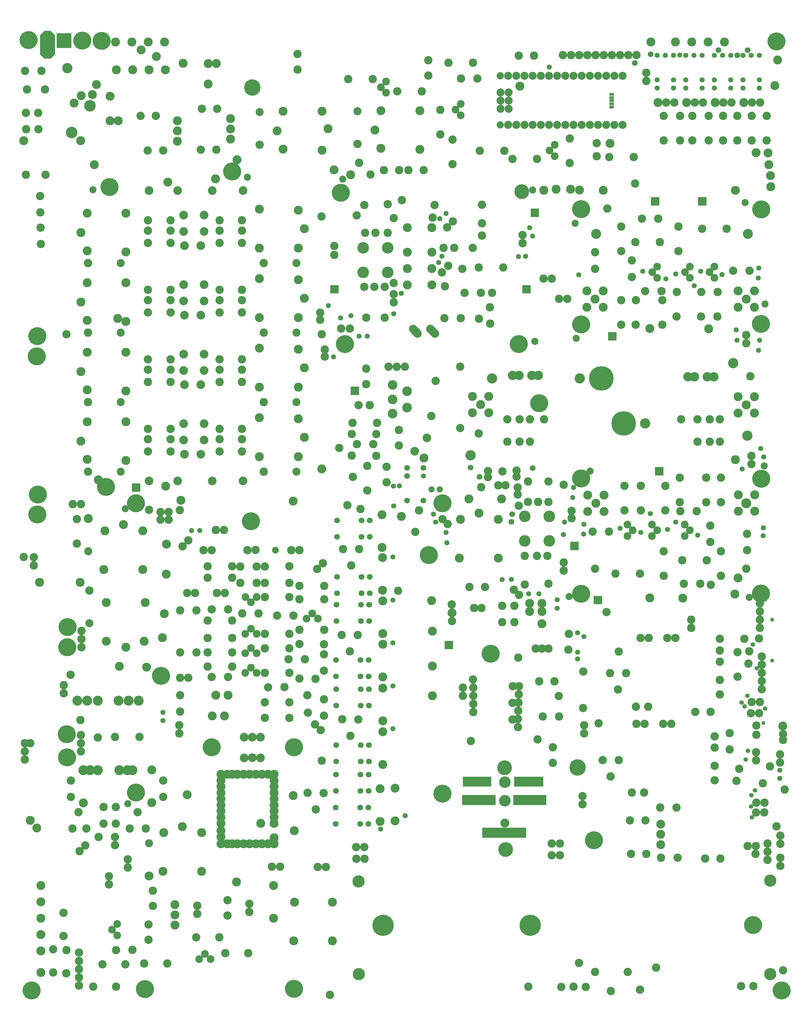
<source format=gbr>
%FSLAX34Y34*%
%MOMM*%
%LNSOLDERMASK_BOTTOM*%
G71*
G01*
%ADD10C,2.600*%
%ADD11C,2.400*%
%ADD12C,2.800*%
%ADD13C,2.600*%
%ADD14C,5.100*%
%ADD15C,1.600*%
%ADD16C,3.100*%
%ADD17C,7.600*%
%ADD18C,3.200*%
%ADD19C,2.900*%
%ADD20C,2.600*%
%ADD21C,2.600*%
%ADD22C,5.600*%
%ADD23C,2.400*%
%ADD24C,2.600*%
%ADD25C,3.600*%
%ADD26C,2.800*%
%ADD27C,3.000*%
%ADD28C,1.800*%
%ADD29C,1.600*%
%ADD30C,2.700*%
%ADD31C,2.700*%
%ADD32C,2.500*%
%ADD33C,4.600*%
%ADD34C,2.800*%
%ADD35C,5.600*%
%ADD36C,2.700*%
%ADD37C,2.800*%
%ADD38C,2.100*%
%ADD39C,2.800*%
%ADD40C,1.600*%
%ADD41C,6.600*%
%ADD42C,3.600*%
%ADD43C,4.600*%
%ADD44C,5.100*%
%ADD45C,3.200*%
%ADD46C,1.900*%
%ADD47R,1.470X0.835*%
%ADD48C,2.500*%
%ADD49C,2.250*%
%ADD50C,1.800*%
%ADD51C,1.200*%
%ADD52C,1.400*%
%ADD53C,3.800*%
%ADD54C,2.200*%
%ADD55C,3.200*%
%LPD*%
X1539984Y-301756D02*
G54D10*
D03*
X1540034Y-225506D02*
G54D10*
D03*
X1458990Y-305156D02*
G54D10*
D03*
X1459103Y-356137D02*
G54D10*
D03*
X1573290Y-330556D02*
G54D10*
D03*
X1573402Y-381536D02*
G54D10*
D03*
X1540000Y-530356D02*
G54D10*
D03*
X1540050Y-454106D02*
G54D10*
D03*
X1660721Y-273742D02*
G54D10*
D03*
X1584471Y-273692D02*
G54D10*
D03*
X1585680Y-454106D02*
G54D10*
D03*
X1585630Y-530356D02*
G54D10*
D03*
X1717783Y-301757D02*
G54D10*
D03*
X1717833Y-225507D02*
G54D10*
D03*
X1615115Y-426272D02*
G54D10*
D03*
X1712680Y-428706D02*
G54D10*
D03*
X1712630Y-504956D02*
G54D10*
D03*
X1788880Y-428706D02*
G54D10*
D03*
X1788830Y-504956D02*
G54D10*
D03*
X1839680Y-428706D02*
G54D10*
D03*
X1839630Y-504956D02*
G54D10*
D03*
X1939151Y-362661D02*
G54D10*
D03*
X1888170Y-362774D02*
G54D10*
D03*
X1867696Y-231938D02*
G54D10*
D03*
X1791446Y-231888D02*
G54D10*
D03*
X1652355Y-349331D02*
G54D11*
D03*
X1636455Y-366906D02*
G54D11*
D03*
X1652389Y-384522D02*
G54D11*
D03*
X1753955Y-349331D02*
G54D11*
D03*
X1738055Y-366906D02*
G54D11*
D03*
X1753989Y-384522D02*
G54D11*
D03*
X1830154Y-349331D02*
G54D11*
D03*
X1814254Y-366906D02*
G54D11*
D03*
X1830190Y-384522D02*
G54D11*
D03*
X1433255Y-425431D02*
G54D12*
D03*
X1484055Y-425431D02*
G54D12*
D03*
X1458655Y-450831D02*
G54D12*
D03*
X1484055Y-476231D02*
G54D12*
D03*
X1433255Y-476231D02*
G54D12*
D03*
X1903154Y-425431D02*
G54D12*
D03*
X1953954Y-425431D02*
G54D12*
D03*
X1928554Y-450831D02*
G54D12*
D03*
X1953954Y-476231D02*
G54D12*
D03*
X1903154Y-476231D02*
G54D12*
D03*
X1604681Y-201122D02*
G54D10*
D03*
X1655661Y-201009D02*
G54D10*
D03*
X1540000Y-530356D02*
G54D13*
D03*
X1585630Y-530356D02*
G54D13*
D03*
X1712630Y-504956D02*
G54D13*
D03*
X1788830Y-504956D02*
G54D13*
D03*
X1540000Y-530356D02*
G54D13*
D03*
X1415578Y-170738D02*
G54D14*
D03*
X1665915Y-426272D02*
G54D10*
D03*
X1668230Y-454106D02*
G54D10*
D03*
X1668180Y-530356D02*
G54D10*
D03*
X1497230Y-168956D02*
G54D10*
D03*
X1408455Y-374731D02*
G54D15*
D03*
X1585630Y-530356D02*
G54D13*
D03*
X1668180Y-530356D02*
G54D13*
D03*
X1712630Y-504956D02*
G54D13*
D03*
X1788830Y-504956D02*
G54D13*
D03*
X1975411Y-171531D02*
G54D14*
D03*
X1415578Y-529512D02*
G54D14*
D03*
X1974776Y-527925D02*
G54D14*
D03*
X1465605Y-247731D02*
G54D15*
D03*
X1462429Y-247730D02*
G54D16*
D03*
X1934154Y-247730D02*
G54D16*
D03*
X1548205Y-836972D02*
G54D17*
D03*
X1478355Y-697272D02*
G54D17*
D03*
X1411680Y-697272D02*
G54D18*
D03*
X1614880Y-836972D02*
G54D18*
D03*
X1202805Y-687172D02*
G54D19*
D03*
X1282805Y-687172D02*
G54D20*
D03*
X1747805Y-692172D02*
G54D20*
D03*
X1827805Y-692172D02*
G54D20*
D03*
X1282805Y-687172D02*
G54D19*
D03*
X1747805Y-692172D02*
G54D19*
D03*
X1827805Y-692172D02*
G54D12*
D03*
X1222805Y-687172D02*
G54D19*
D03*
X1262805Y-687172D02*
G54D19*
D03*
X1767805Y-692172D02*
G54D19*
D03*
X1807805Y-692172D02*
G54D19*
D03*
X1078380Y-803502D02*
G54D12*
D03*
X1078380Y-752702D02*
G54D12*
D03*
X1103780Y-778102D02*
G54D12*
D03*
X1129180Y-752702D02*
G54D12*
D03*
X1129180Y-803502D02*
G54D12*
D03*
X1078380Y-804772D02*
G54D21*
D03*
X1129180Y-804772D02*
G54D13*
D03*
X1903880Y-804772D02*
G54D12*
D03*
X1903880Y-753972D02*
G54D12*
D03*
X1929280Y-779372D02*
G54D12*
D03*
X1954680Y-753972D02*
G54D12*
D03*
X1954680Y-804772D02*
G54D12*
D03*
X1903880Y-804772D02*
G54D21*
D03*
X1954680Y-804772D02*
G54D13*
D03*
X1777338Y-893409D02*
G54D10*
D03*
X1777338Y-823559D02*
G54D10*
D03*
X1847188Y-893409D02*
G54D10*
D03*
X1847188Y-823559D02*
G54D10*
D03*
X1815438Y-823559D02*
G54D10*
D03*
X1815438Y-893409D02*
G54D10*
D03*
X1847188Y-893409D02*
G54D13*
D03*
X1847188Y-823559D02*
G54D13*
D03*
X1186787Y-893409D02*
G54D10*
D03*
X1186787Y-823559D02*
G54D10*
D03*
X1256637Y-893409D02*
G54D10*
D03*
X1256638Y-823558D02*
G54D10*
D03*
X1224887Y-823558D02*
G54D10*
D03*
X1224887Y-893408D02*
G54D10*
D03*
X1256638Y-893409D02*
G54D13*
D03*
X1256638Y-823558D02*
G54D13*
D03*
X1827805Y-692172D02*
G54D19*
D03*
X1301088Y-823559D02*
G54D21*
D03*
X1726538Y-823559D02*
G54D21*
D03*
X1942080Y-690447D02*
G54D21*
D03*
X1097530Y-868246D02*
G54D21*
D03*
X1078380Y-753972D02*
G54D13*
D03*
X1129180Y-753971D02*
G54D13*
D03*
X1903880Y-753972D02*
G54D13*
D03*
X1954680Y-753972D02*
G54D13*
D03*
X1954680Y-804772D02*
G54D13*
D03*
X1415578Y-1007350D02*
G54D14*
D03*
X1975411Y-1008143D02*
G54D22*
D03*
X1415579Y-1366125D02*
G54D22*
D03*
X1974776Y-1364538D02*
G54D14*
D03*
X1929154Y-1084343D02*
G54D16*
D03*
X814754Y-367271D02*
G54D23*
D03*
X814755Y-291071D02*
G54D23*
D03*
X738555Y-367271D02*
G54D23*
D03*
X814754Y-367271D02*
G54D23*
D03*
X738554Y-291072D02*
G54D23*
D03*
X738555Y-367272D02*
G54D23*
D03*
X814755Y-291071D02*
G54D23*
D03*
X738555Y-291071D02*
G54D23*
D03*
X814667Y-156048D02*
G54D10*
D03*
X814667Y-244948D02*
G54D10*
D03*
X776567Y-244948D02*
G54D10*
D03*
X744817Y-244948D02*
G54D10*
D03*
X805024Y-507838D02*
G54D10*
D03*
X741524Y-412588D02*
G54D10*
D03*
X773274Y-412588D02*
G54D10*
D03*
X805024Y-412588D02*
G54D10*
D03*
X833506Y-400300D02*
G54D10*
D03*
X741524Y-158588D02*
G54D10*
D03*
X859117Y-143348D02*
G54D10*
D03*
X1021545Y-291038D02*
G54D10*
D03*
X1078695Y-291038D02*
G54D10*
D03*
X1107395Y-214838D02*
G54D10*
D03*
X1107395Y-157688D02*
G54D10*
D03*
X1046345Y-356661D02*
G54D10*
D03*
X992393Y-410542D02*
G54D10*
D03*
X1046345Y-356661D02*
G54D13*
D03*
X1174120Y-352610D02*
G54D10*
D03*
X1097871Y-352560D02*
G54D10*
D03*
X1174120Y-352609D02*
G54D13*
D03*
X1053295Y-430738D02*
G54D10*
D03*
X1104095Y-430738D02*
G54D10*
D03*
X1104095Y-430738D02*
G54D10*
D03*
X1132702Y-526844D02*
G54D10*
D03*
X1132590Y-475863D02*
G54D10*
D03*
X1132702Y-526844D02*
G54D10*
D03*
X1107395Y-252938D02*
G54D10*
D03*
X1139145Y-430738D02*
G54D10*
D03*
X988525Y-291038D02*
G54D10*
D03*
X999445Y-227538D02*
G54D10*
D03*
X875749Y-229032D02*
G54D12*
D03*
X951949Y-229032D02*
G54D12*
D03*
X875749Y-305232D02*
G54D12*
D03*
X875749Y-356032D02*
G54D12*
D03*
X875749Y-406832D02*
G54D12*
D03*
X951949Y-305232D02*
G54D12*
D03*
X951949Y-356032D02*
G54D12*
D03*
X951949Y-406832D02*
G54D12*
D03*
X951949Y-229032D02*
G54D10*
D03*
X1098200Y-511836D02*
G54D10*
D03*
X1041980Y-509591D02*
G54D10*
D03*
X1041980Y-509591D02*
G54D10*
D03*
X991180Y-509591D02*
G54D10*
D03*
G54D24*
X961364Y-557313D02*
X947222Y-543171D01*
G54D24*
X907389Y-557313D02*
X893247Y-543171D01*
X649055Y-285037D02*
G54D21*
D03*
X649055Y-313612D02*
G54D21*
D03*
X960205Y-158037D02*
G54D21*
D03*
X738554Y-291072D02*
G54D25*
D03*
X738555Y-367271D02*
G54D25*
D03*
X814754Y-367271D02*
G54D25*
D03*
X814755Y-291071D02*
G54D25*
D03*
X1240834Y-1125473D02*
G54D23*
D03*
X1240833Y-1201673D02*
G54D23*
D03*
X1317033Y-1125473D02*
G54D23*
D03*
X1240834Y-1125473D02*
G54D23*
D03*
X1317034Y-1201673D02*
G54D23*
D03*
X1317034Y-1125473D02*
G54D23*
D03*
X1240833Y-1201673D02*
G54D23*
D03*
X1317034Y-1201673D02*
G54D23*
D03*
X1240921Y-1336696D02*
G54D10*
D03*
X1240921Y-1247796D02*
G54D10*
D03*
X1279021Y-1247796D02*
G54D10*
D03*
X1310771Y-1247796D02*
G54D10*
D03*
X1314065Y-1016656D02*
G54D10*
D03*
X1250565Y-1016656D02*
G54D10*
D03*
X1314064Y-1080156D02*
G54D10*
D03*
X1282315Y-1080156D02*
G54D10*
D03*
X1250565Y-1080156D02*
G54D10*
D03*
X1222082Y-1092445D02*
G54D10*
D03*
X1314064Y-1334156D02*
G54D10*
D03*
X1362083Y-1293432D02*
G54D21*
D03*
X1362084Y-1268032D02*
G54D21*
D03*
X1362084Y-1026732D02*
G54D21*
D03*
X1317034Y-1201673D02*
G54D25*
D03*
X1317033Y-1125473D02*
G54D25*
D03*
X1240834Y-1125473D02*
G54D25*
D03*
X1240833Y-1201673D02*
G54D25*
D03*
X1037825Y-1255054D02*
G54D12*
D03*
X1040999Y-1134404D02*
G54D12*
D03*
X1158475Y-1255054D02*
G54D12*
D03*
X1158475Y-1134404D02*
G54D12*
D03*
X1098150Y-1114941D02*
G54D12*
D03*
X1040999Y-1134404D02*
G54D26*
D03*
X1066846Y-1070822D02*
G54D12*
D03*
X1168446Y-1070823D02*
G54D12*
D03*
X1255746Y-1394962D02*
G54D12*
D03*
X1255746Y-1420362D02*
G54D12*
D03*
X1293846Y-1420362D02*
G54D12*
D03*
X1293846Y-1458462D02*
G54D12*
D03*
X1208341Y-1402969D02*
G54D10*
D03*
X1208454Y-1453949D02*
G54D10*
D03*
X1208341Y-1402970D02*
G54D10*
D03*
X1170241Y-1402969D02*
G54D10*
D03*
X1170353Y-1453949D02*
G54D10*
D03*
X1170241Y-1402970D02*
G54D10*
D03*
X1293846Y-1394962D02*
G54D12*
D03*
X1104813Y-1035013D02*
G54D10*
D03*
X1066846Y-1070822D02*
G54D12*
D03*
X874804Y-736524D02*
G54D27*
D03*
X874804Y-787324D02*
G54D27*
D03*
X830354Y-761924D02*
G54D27*
D03*
X830354Y-806374D02*
G54D27*
D03*
X830354Y-717474D02*
G54D27*
D03*
X843054Y-660324D02*
G54D10*
D03*
X817654Y-660324D02*
G54D10*
D03*
X868454Y-660324D02*
G54D10*
D03*
X781969Y-834949D02*
G54D10*
D03*
X705719Y-834899D02*
G54D10*
D03*
X703027Y-869209D02*
G54D10*
D03*
X779277Y-869259D02*
G54D10*
D03*
X718961Y-900685D02*
G54D10*
D03*
X769941Y-900573D02*
G54D10*
D03*
X747804Y-666586D02*
G54D10*
D03*
X747804Y-714386D02*
G54D10*
D03*
X751414Y-968210D02*
G54D10*
D03*
X751364Y-1044460D02*
G54D10*
D03*
X811304Y-1019274D02*
G54D10*
D03*
X811304Y-971474D02*
G54D10*
D03*
X723860Y-779430D02*
G54D10*
D03*
X758960Y-779430D02*
G54D10*
D03*
X849404Y-904974D02*
G54D10*
D03*
X849404Y-857174D02*
G54D10*
D03*
X703082Y-936856D02*
G54D10*
D03*
X779332Y-936906D02*
G54D10*
D03*
X950279Y-813279D02*
G54D10*
D03*
X811304Y-1019274D02*
G54D10*
D03*
G36*
X725754Y-722254D02*
X725754Y-748254D01*
X699754Y-748254D01*
X699754Y-722254D01*
X725754Y-722254D01*
G37*
X925604Y-974736D02*
G54D28*
D03*
X925604Y-1000136D02*
G54D29*
D03*
X874804Y-974736D02*
G54D29*
D03*
X874804Y-1000136D02*
G54D28*
D03*
X925604Y-1076336D02*
G54D29*
D03*
X874804Y-1076336D02*
G54D29*
D03*
X927636Y-943970D02*
G54D12*
D03*
X911941Y-1106475D02*
G54D21*
D03*
X874804Y-974736D02*
G54D28*
D03*
X925604Y-1076336D02*
G54D28*
D03*
X874804Y-1076336D02*
G54D28*
D03*
X139813Y-923423D02*
G54D10*
D03*
X69963Y-923423D02*
G54D10*
D03*
X139813Y-853573D02*
G54D10*
D03*
X69963Y-853573D02*
G54D10*
D03*
X69963Y-885323D02*
G54D10*
D03*
X139813Y-885323D02*
G54D10*
D03*
X183222Y-932194D02*
G54D30*
D03*
X234202Y-932082D02*
G54D30*
D03*
X362063Y-923423D02*
G54D10*
D03*
X292213Y-923423D02*
G54D10*
D03*
X362063Y-853573D02*
G54D10*
D03*
X292213Y-853573D02*
G54D10*
D03*
X292213Y-885323D02*
G54D10*
D03*
X362063Y-885323D02*
G54D10*
D03*
X244286Y-888096D02*
G54D10*
D03*
X244173Y-837116D02*
G54D10*
D03*
X180786Y-888096D02*
G54D10*
D03*
X180673Y-837116D02*
G54D10*
D03*
X362062Y-853573D02*
G54D13*
D03*
X292213Y-853573D02*
G54D13*
D03*
X244174Y-837115D02*
G54D31*
D03*
X180673Y-837115D02*
G54D13*
D03*
X139813Y-853573D02*
G54D13*
D03*
X69963Y-853573D02*
G54D13*
D03*
X180786Y-888096D02*
G54D30*
D03*
X180673Y-837116D02*
G54D30*
D03*
X244173Y-837116D02*
G54D30*
D03*
X244286Y-888096D02*
G54D30*
D03*
X416276Y-819131D02*
G54D12*
D03*
X536926Y-822305D02*
G54D12*
D03*
X416276Y-939781D02*
G54D12*
D03*
X536926Y-939781D02*
G54D12*
D03*
X555738Y-879456D02*
G54D12*
D03*
X429783Y-986060D02*
G54D32*
D03*
X531383Y-986060D02*
G54D32*
D03*
X536926Y-822305D02*
G54D12*
D03*
X1282Y-951870D02*
G54D12*
D03*
X-119368Y-948696D02*
G54D12*
D03*
X1282Y-831219D02*
G54D12*
D03*
X-119368Y-831219D02*
G54D12*
D03*
X-138181Y-891544D02*
G54D12*
D03*
X-119368Y-948696D02*
G54D12*
D03*
X-119368Y-831219D02*
G54D12*
D03*
X-116317Y-986060D02*
G54D32*
D03*
X-14717Y-986060D02*
G54D32*
D03*
X429783Y-986060D02*
G54D10*
D03*
X-116317Y-986060D02*
G54D10*
D03*
X139813Y-707523D02*
G54D10*
D03*
X69963Y-707523D02*
G54D10*
D03*
X139813Y-637673D02*
G54D10*
D03*
X69963Y-637673D02*
G54D10*
D03*
X69963Y-669423D02*
G54D10*
D03*
X139813Y-669423D02*
G54D10*
D03*
X183222Y-716294D02*
G54D30*
D03*
X234202Y-716182D02*
G54D30*
D03*
X362063Y-707523D02*
G54D10*
D03*
X292213Y-707523D02*
G54D10*
D03*
X362063Y-637673D02*
G54D10*
D03*
X292213Y-637673D02*
G54D10*
D03*
X292213Y-669423D02*
G54D10*
D03*
X362063Y-669423D02*
G54D10*
D03*
X244286Y-672196D02*
G54D10*
D03*
X244173Y-621216D02*
G54D10*
D03*
X180786Y-672196D02*
G54D10*
D03*
X180673Y-621216D02*
G54D10*
D03*
X362062Y-637673D02*
G54D13*
D03*
X292213Y-637673D02*
G54D13*
D03*
X244174Y-621215D02*
G54D31*
D03*
X180673Y-621215D02*
G54D13*
D03*
X139813Y-637673D02*
G54D13*
D03*
X69963Y-637673D02*
G54D13*
D03*
X180786Y-672196D02*
G54D30*
D03*
X180673Y-621216D02*
G54D30*
D03*
X244173Y-621216D02*
G54D30*
D03*
X244286Y-672196D02*
G54D30*
D03*
X416276Y-603231D02*
G54D12*
D03*
X536926Y-606405D02*
G54D12*
D03*
X416276Y-723881D02*
G54D12*
D03*
X536926Y-723881D02*
G54D12*
D03*
X555738Y-663556D02*
G54D12*
D03*
X429783Y-770160D02*
G54D32*
D03*
X531383Y-770160D02*
G54D32*
D03*
X536926Y-606405D02*
G54D12*
D03*
X1282Y-735970D02*
G54D12*
D03*
X-119368Y-732796D02*
G54D12*
D03*
X1282Y-615320D02*
G54D12*
D03*
X-119368Y-615320D02*
G54D12*
D03*
X-138181Y-675644D02*
G54D12*
D03*
X-119368Y-732796D02*
G54D12*
D03*
X-119368Y-615320D02*
G54D12*
D03*
X-116317Y-770160D02*
G54D32*
D03*
X-14717Y-770160D02*
G54D32*
D03*
X429783Y-770160D02*
G54D10*
D03*
X-116317Y-770160D02*
G54D10*
D03*
X139813Y-491623D02*
G54D10*
D03*
X69963Y-491623D02*
G54D10*
D03*
X139813Y-421773D02*
G54D10*
D03*
X69963Y-421773D02*
G54D10*
D03*
X69963Y-453523D02*
G54D10*
D03*
X139813Y-453523D02*
G54D10*
D03*
X183222Y-500394D02*
G54D30*
D03*
X234202Y-500282D02*
G54D30*
D03*
X362063Y-491623D02*
G54D10*
D03*
X292213Y-491623D02*
G54D10*
D03*
X362063Y-421773D02*
G54D10*
D03*
X292213Y-421773D02*
G54D10*
D03*
X292213Y-453523D02*
G54D10*
D03*
X362063Y-453523D02*
G54D10*
D03*
X244286Y-456296D02*
G54D10*
D03*
X244173Y-405316D02*
G54D10*
D03*
X180786Y-456296D02*
G54D10*
D03*
X180673Y-405316D02*
G54D10*
D03*
X362062Y-421773D02*
G54D13*
D03*
X292213Y-421773D02*
G54D13*
D03*
X244174Y-405315D02*
G54D31*
D03*
X180673Y-405315D02*
G54D13*
D03*
X139813Y-421773D02*
G54D13*
D03*
X69963Y-421773D02*
G54D13*
D03*
X180786Y-456296D02*
G54D30*
D03*
X180673Y-405315D02*
G54D30*
D03*
X244173Y-405316D02*
G54D30*
D03*
X244286Y-456296D02*
G54D30*
D03*
X416276Y-387331D02*
G54D12*
D03*
X536926Y-390505D02*
G54D12*
D03*
X416276Y-507981D02*
G54D12*
D03*
X536926Y-507981D02*
G54D12*
D03*
X555738Y-447656D02*
G54D12*
D03*
X429783Y-554261D02*
G54D32*
D03*
X531383Y-554260D02*
G54D32*
D03*
X536926Y-390505D02*
G54D12*
D03*
X1282Y-520070D02*
G54D12*
D03*
X-119368Y-516896D02*
G54D12*
D03*
X1282Y-399420D02*
G54D12*
D03*
X-119368Y-399420D02*
G54D12*
D03*
X-138181Y-459744D02*
G54D12*
D03*
X-119368Y-516896D02*
G54D12*
D03*
X-119368Y-399420D02*
G54D12*
D03*
X-116317Y-554261D02*
G54D32*
D03*
X-14717Y-554260D02*
G54D32*
D03*
X429783Y-554260D02*
G54D10*
D03*
X-116317Y-554261D02*
G54D10*
D03*
X139813Y-275723D02*
G54D10*
D03*
X69963Y-275723D02*
G54D10*
D03*
X139813Y-205873D02*
G54D10*
D03*
X69963Y-205873D02*
G54D10*
D03*
X69963Y-237623D02*
G54D10*
D03*
X139813Y-237623D02*
G54D10*
D03*
X183222Y-284494D02*
G54D30*
D03*
X234202Y-284382D02*
G54D30*
D03*
X362063Y-275723D02*
G54D10*
D03*
X292213Y-275723D02*
G54D10*
D03*
X362063Y-205873D02*
G54D10*
D03*
X292213Y-205873D02*
G54D10*
D03*
X292213Y-237623D02*
G54D10*
D03*
X362063Y-237623D02*
G54D10*
D03*
X244286Y-240396D02*
G54D10*
D03*
X244173Y-189416D02*
G54D10*
D03*
X180786Y-240396D02*
G54D10*
D03*
X180673Y-189416D02*
G54D10*
D03*
X362062Y-205873D02*
G54D13*
D03*
X292213Y-205873D02*
G54D13*
D03*
X244174Y-189415D02*
G54D31*
D03*
X180673Y-189415D02*
G54D13*
D03*
X139813Y-205873D02*
G54D13*
D03*
X69963Y-205873D02*
G54D13*
D03*
X180786Y-240396D02*
G54D30*
D03*
X180673Y-189416D02*
G54D30*
D03*
X244173Y-189416D02*
G54D30*
D03*
X244286Y-240396D02*
G54D30*
D03*
X416276Y-171431D02*
G54D12*
D03*
X536926Y-174605D02*
G54D12*
D03*
X416276Y-292081D02*
G54D12*
D03*
X536926Y-292081D02*
G54D12*
D03*
X555738Y-231756D02*
G54D12*
D03*
X429783Y-338360D02*
G54D32*
D03*
X531383Y-338360D02*
G54D32*
D03*
X536926Y-174605D02*
G54D12*
D03*
X1282Y-304170D02*
G54D12*
D03*
X-119368Y-300996D02*
G54D12*
D03*
X1282Y-183520D02*
G54D12*
D03*
X-119368Y-183520D02*
G54D12*
D03*
X-138181Y-243844D02*
G54D12*
D03*
X-119368Y-300996D02*
G54D12*
D03*
X-119368Y-183520D02*
G54D12*
D03*
X-116317Y-338361D02*
G54D32*
D03*
X-14717Y-338360D02*
G54D32*
D03*
X429783Y-338360D02*
G54D10*
D03*
X-116317Y-338360D02*
G54D10*
D03*
X364937Y-1015096D02*
G54D30*
D03*
X364937Y-1015096D02*
G54D30*
D03*
X269687Y-1015096D02*
G54D30*
D03*
X269687Y-1015096D02*
G54D30*
D03*
X161737Y-1015096D02*
G54D30*
D03*
X161737Y-1015096D02*
G54D30*
D03*
X72837Y-1015096D02*
G54D30*
D03*
X72837Y-1015096D02*
G54D30*
D03*
X364937Y-113396D02*
G54D30*
D03*
X364937Y-113396D02*
G54D30*
D03*
X269687Y-113396D02*
G54D30*
D03*
X269687Y-113396D02*
G54D30*
D03*
X161737Y-113396D02*
G54D30*
D03*
X161737Y-113396D02*
G54D30*
D03*
X72837Y-113396D02*
G54D30*
D03*
X72837Y-113396D02*
G54D30*
D03*
X-183799Y-559926D02*
G54D21*
D03*
X609951Y-559926D02*
G54D21*
D03*
X1221904Y-589838D02*
G54D22*
D03*
X1231428Y-116763D02*
G54D33*
D03*
X682153Y-589838D02*
G54D22*
D03*
X669453Y-119937D02*
G54D22*
D03*
X61100Y-1392612D02*
G54D12*
D03*
X57926Y-1513262D02*
G54D12*
D03*
X-59550Y-1392612D02*
G54D12*
D03*
X-59550Y-1513262D02*
G54D12*
D03*
X776Y-1532074D02*
G54D12*
D03*
X-67099Y-1290743D02*
G54D12*
D03*
X-63925Y-1170093D02*
G54D12*
D03*
X53550Y-1290743D02*
G54D12*
D03*
X53550Y-1170093D02*
G54D12*
D03*
X-6774Y-1150806D02*
G54D12*
D03*
X-112179Y-1355319D02*
G54D32*
D03*
X-112179Y-1456919D02*
G54D32*
D03*
X-112179Y-1355319D02*
G54D10*
D03*
X-115977Y-1132124D02*
G54D32*
D03*
X-115976Y-1233724D02*
G54D32*
D03*
X-115977Y-1132124D02*
G54D10*
D03*
X-115977Y-1132124D02*
G54D12*
D03*
X57926Y-1513262D02*
G54D12*
D03*
X53550Y-1170093D02*
G54D12*
D03*
X-63926Y-1170093D02*
G54D12*
D03*
X53550Y-1170093D02*
G54D12*
D03*
X32311Y-1084343D02*
G54D14*
D03*
X984811Y-1084343D02*
G54D14*
D03*
X32311Y-1982868D02*
G54D14*
D03*
X984811Y-1986043D02*
G54D22*
D03*
X1068866Y-1344662D02*
G54D10*
D03*
X1116666Y-1344663D02*
G54D10*
D03*
X1068866Y-1344662D02*
G54D10*
D03*
X1977462Y-1560253D02*
G54D21*
D03*
X1977463Y-1585653D02*
G54D21*
D03*
X1960000Y-1774566D02*
G54D21*
D03*
X1960000Y-1803141D02*
G54D21*
D03*
X1946278Y-1701503D02*
G54D21*
D03*
X1971678Y-1701502D02*
G54D21*
D03*
X950844Y-1386844D02*
G54D34*
D03*
X954019Y-1482094D02*
G54D34*
D03*
X954019Y-1590044D02*
G54D34*
D03*
X954019Y-1682119D02*
G54D34*
D03*
X523450Y-1842582D02*
G54D35*
D03*
X267749Y-1842682D02*
G54D35*
D03*
X368474Y-1810757D02*
G54D36*
D03*
X393850Y-1810882D02*
G54D36*
D03*
X419293Y-1810857D02*
G54D36*
D03*
X616555Y-1744498D02*
G54D10*
D03*
X616380Y-1693506D02*
G54D10*
D03*
X318624Y-1680632D02*
G54D37*
D03*
X269224Y-1744732D02*
G54D37*
D03*
X307224Y-1744732D02*
G54D37*
D03*
X280524Y-1680632D02*
G54D37*
D03*
X169350Y-1731482D02*
G54D10*
D03*
X169225Y-1680566D02*
G54D10*
D03*
X432875Y-1702907D02*
G54D10*
D03*
X509124Y-1702957D02*
G54D10*
D03*
X166775Y-1799607D02*
G54D10*
D03*
X166774Y-1774107D02*
G54D10*
D03*
X432874Y-1750532D02*
G54D10*
D03*
X509124Y-1750582D02*
G54D10*
D03*
X407474Y-1331432D02*
G54D10*
D03*
X356558Y-1331557D02*
G54D10*
D03*
X372550Y-1375882D02*
G54D11*
D03*
X390124Y-1391782D02*
G54D11*
D03*
X407740Y-1375847D02*
G54D11*
D03*
X378900Y-1229832D02*
G54D10*
D03*
X404324Y-1229782D02*
G54D10*
D03*
X432874Y-1375882D02*
G54D10*
D03*
X509050Y-1375882D02*
G54D10*
D03*
X255074Y-1315557D02*
G54D10*
D03*
X331324Y-1315607D02*
G54D10*
D03*
X413824Y-1426682D02*
G54D10*
D03*
X362908Y-1426807D02*
G54D10*
D03*
X407474Y-1490182D02*
G54D11*
D03*
X389874Y-1474282D02*
G54D11*
D03*
X372284Y-1490216D02*
G54D11*
D03*
X407850Y-1550582D02*
G54D11*
D03*
X389874Y-1534607D02*
G54D11*
D03*
X372284Y-1550542D02*
G54D11*
D03*
X432874Y-1490182D02*
G54D10*
D03*
X509050Y-1490182D02*
G54D10*
D03*
X407474Y-1610882D02*
G54D11*
D03*
X389874Y-1594932D02*
G54D11*
D03*
X372284Y-1610867D02*
G54D11*
D03*
X255074Y-1547332D02*
G54D10*
D03*
X331324Y-1547382D02*
G54D10*
D03*
X255283Y-1591511D02*
G54D10*
D03*
X331533Y-1591561D02*
G54D10*
D03*
X432874Y-1610832D02*
G54D10*
D03*
X509149Y-1610882D02*
G54D10*
D03*
X494196Y-1655622D02*
G54D10*
D03*
X443279Y-1655747D02*
G54D10*
D03*
X432874Y-1534632D02*
G54D10*
D03*
X509124Y-1534682D02*
G54D10*
D03*
X590150Y-1629482D02*
G54D21*
D03*
X565166Y-1680414D02*
G54D21*
D03*
X540267Y-1629368D02*
G54D21*
D03*
X597974Y-1442557D02*
G54D11*
D03*
X580174Y-1426757D02*
G54D11*
D03*
X562784Y-1442592D02*
G54D11*
D03*
X242374Y-1229832D02*
G54D10*
D03*
X267949Y-1229882D02*
G54D10*
D03*
X540824Y-1340957D02*
G54D10*
D03*
X617074Y-1341007D02*
G54D10*
D03*
X540824Y-1382232D02*
G54D10*
D03*
X617074Y-1382282D02*
G54D10*
D03*
X521774Y-1433032D02*
G54D10*
D03*
X470858Y-1433157D02*
G54D10*
D03*
X540824Y-1477482D02*
G54D10*
D03*
X617074Y-1477532D02*
G54D10*
D03*
X616974Y-1604507D02*
G54D10*
D03*
X616862Y-1553526D02*
G54D10*
D03*
X617024Y-1521932D02*
G54D10*
D03*
X540750Y-1521882D02*
G54D10*
D03*
X191624Y-1363157D02*
G54D10*
D03*
X216487Y-1363470D02*
G54D10*
D03*
X220149Y-1547332D02*
G54D10*
D03*
X169174Y-1547482D02*
G54D10*
D03*
X255074Y-1502882D02*
G54D10*
D03*
X331324Y-1502932D02*
G54D10*
D03*
X318574Y-1623532D02*
G54D10*
D03*
X267600Y-1623682D02*
G54D10*
D03*
X195174Y-1626682D02*
G54D10*
D03*
X169874Y-1626382D02*
G54D10*
D03*
X220149Y-1417157D02*
G54D10*
D03*
X169174Y-1417257D02*
G54D10*
D03*
X540824Y-1229832D02*
G54D10*
D03*
X515350Y-1229832D02*
G54D10*
D03*
X255074Y-1448907D02*
G54D10*
D03*
X331324Y-1448957D02*
G54D10*
D03*
X318550Y-1413957D02*
G54D10*
D03*
X267650Y-1414157D02*
G54D10*
D03*
X283650Y-1363182D02*
G54D10*
D03*
X308550Y-1363482D02*
G54D10*
D03*
X432874Y-1331432D02*
G54D10*
D03*
X509050Y-1331432D02*
G54D10*
D03*
X432874Y-1280632D02*
G54D10*
D03*
X509050Y-1280582D02*
G54D10*
D03*
X255050Y-1280582D02*
G54D10*
D03*
X331250Y-1280582D02*
G54D10*
D03*
X407474Y-1280632D02*
G54D10*
D03*
X356558Y-1280757D02*
G54D10*
D03*
X466100Y-1229832D02*
G54D38*
D03*
X506174Y-1569246D02*
G54D10*
D03*
X557155Y-1569134D02*
G54D10*
D03*
X566274Y-1734707D02*
G54D10*
D03*
X419350Y-1875182D02*
G54D36*
D03*
X394050Y-1874982D02*
G54D36*
D03*
X368562Y-1875050D02*
G54D36*
D03*
X756600Y-1886493D02*
G54D29*
D03*
X731200Y-1886493D02*
G54D29*
D03*
X756600Y-1835693D02*
G54D29*
D03*
X731199Y-1835693D02*
G54D29*
D03*
X655000Y-1886493D02*
G54D28*
D03*
X654999Y-1835693D02*
G54D29*
D03*
X799208Y-1895376D02*
G54D12*
D03*
X799208Y-1793776D02*
G54D12*
D03*
X837401Y-1969486D02*
G54D12*
D03*
X756600Y-1713058D02*
G54D29*
D03*
X731200Y-1713058D02*
G54D29*
D03*
X756600Y-1662258D02*
G54D29*
D03*
X731200Y-1662258D02*
G54D29*
D03*
X654999Y-1713058D02*
G54D29*
D03*
X654999Y-1662258D02*
G54D29*
D03*
X723499Y-1755688D02*
G54D21*
D03*
X698516Y-1806620D02*
G54D21*
D03*
X673617Y-1755574D02*
G54D21*
D03*
X758981Y-1363808D02*
G54D29*
D03*
X733581Y-1363808D02*
G54D29*
D03*
X758981Y-1313008D02*
G54D29*
D03*
X733581Y-1313008D02*
G54D29*
D03*
X657381Y-1363808D02*
G54D29*
D03*
X657381Y-1313008D02*
G54D29*
D03*
X758981Y-1188390D02*
G54D29*
D03*
X733581Y-1188390D02*
G54D29*
D03*
X758981Y-1137590D02*
G54D29*
D03*
X733581Y-1137590D02*
G54D29*
D03*
X657381Y-1188390D02*
G54D29*
D03*
X657381Y-1137590D02*
G54D29*
D03*
X725881Y-1227051D02*
G54D21*
D03*
X700897Y-1277983D02*
G54D21*
D03*
X675998Y-1226936D02*
G54D21*
D03*
X721912Y-1493354D02*
G54D21*
D03*
X696928Y-1544286D02*
G54D21*
D03*
X672029Y-1493240D02*
G54D21*
D03*
X757393Y-1450327D02*
G54D29*
D03*
X731993Y-1450327D02*
G54D29*
D03*
X757393Y-1399527D02*
G54D29*
D03*
X731993Y-1399527D02*
G54D29*
D03*
X655793Y-1450327D02*
G54D29*
D03*
X655793Y-1399527D02*
G54D29*
D03*
X755806Y-1622571D02*
G54D29*
D03*
X730406Y-1622571D02*
G54D29*
D03*
X755806Y-1571771D02*
G54D29*
D03*
X730406Y-1571771D02*
G54D29*
D03*
X654206Y-1622571D02*
G54D29*
D03*
X654206Y-1571771D02*
G54D29*
D03*
X799208Y-1760042D02*
G54D12*
D03*
X799208Y-1658442D02*
G54D12*
D03*
X799605Y-1623914D02*
G54D12*
D03*
X799605Y-1522314D02*
G54D12*
D03*
X799605Y-1489373D02*
G54D12*
D03*
X799605Y-1387774D02*
G54D12*
D03*
X798414Y-1354832D02*
G54D12*
D03*
X798414Y-1253233D02*
G54D12*
D03*
X796827Y-1221482D02*
G54D12*
D03*
X796827Y-1119883D02*
G54D12*
D03*
X847100Y-1356038D02*
G54D21*
D03*
X609769Y-1883882D02*
G54D21*
D03*
X654999Y-1835693D02*
G54D28*
D03*
X731200Y-1886493D02*
G54D28*
D03*
X756600Y-1886493D02*
G54D28*
D03*
X731200Y-1835693D02*
G54D28*
D03*
X756600Y-1835693D02*
G54D28*
D03*
X654999Y-1713058D02*
G54D28*
D03*
X654999Y-1662258D02*
G54D28*
D03*
X731200Y-1713058D02*
G54D28*
D03*
X756600Y-1713058D02*
G54D28*
D03*
X756600Y-1662258D02*
G54D28*
D03*
X731200Y-1662259D02*
G54D28*
D03*
X730406Y-1622571D02*
G54D28*
D03*
X755806Y-1622571D02*
G54D28*
D03*
X755806Y-1571771D02*
G54D28*
D03*
X730406Y-1571771D02*
G54D28*
D03*
X654206Y-1622571D02*
G54D28*
D03*
X654206Y-1571771D02*
G54D28*
D03*
X655793Y-1450327D02*
G54D28*
D03*
X731993Y-1450327D02*
G54D28*
D03*
X655793Y-1399527D02*
G54D28*
D03*
X731993Y-1399527D02*
G54D28*
D03*
X757393Y-1399527D02*
G54D28*
D03*
X757393Y-1450327D02*
G54D28*
D03*
X657381Y-1363808D02*
G54D28*
D03*
X657381Y-1313008D02*
G54D28*
D03*
X733581Y-1363808D02*
G54D28*
D03*
X758981Y-1363808D02*
G54D28*
D03*
X758981Y-1313008D02*
G54D28*
D03*
X733581Y-1313008D02*
G54D28*
D03*
X657381Y-1188390D02*
G54D28*
D03*
X657381Y-1137590D02*
G54D28*
D03*
X733581Y-1188390D02*
G54D28*
D03*
X758981Y-1188390D02*
G54D28*
D03*
X758981Y-1137590D02*
G54D28*
D03*
X733581Y-1137590D02*
G54D28*
D03*
X721912Y-1493354D02*
G54D21*
D03*
X725880Y-1227051D02*
G54D21*
D03*
X754615Y-2080166D02*
G54D29*
D03*
X729215Y-2080166D02*
G54D29*
D03*
X754615Y-2029366D02*
G54D29*
D03*
X729215Y-2029366D02*
G54D29*
D03*
X653015Y-2080166D02*
G54D28*
D03*
X653015Y-2029366D02*
G54D29*
D03*
X653015Y-2029366D02*
G54D28*
D03*
X729215Y-2080166D02*
G54D28*
D03*
X754615Y-2080166D02*
G54D28*
D03*
X729215Y-2029366D02*
G54D28*
D03*
X754615Y-2029366D02*
G54D28*
D03*
X615946Y-1984288D02*
G54D21*
D03*
X590963Y-2035220D02*
G54D21*
D03*
X566064Y-1984174D02*
G54D21*
D03*
X791363Y-1970676D02*
G54D12*
D03*
X791362Y-2072276D02*
G54D12*
D03*
X837401Y-1969486D02*
G54D12*
D03*
X837401Y-2071086D02*
G54D12*
D03*
X755408Y-1977772D02*
G54D29*
D03*
X730008Y-1977772D02*
G54D29*
D03*
X755408Y-1926972D02*
G54D29*
D03*
X730008Y-1926972D02*
G54D29*
D03*
X653808Y-1977772D02*
G54D28*
D03*
X653808Y-1926972D02*
G54D29*
D03*
X653808Y-1926972D02*
G54D28*
D03*
X730008Y-1977772D02*
G54D28*
D03*
X755408Y-1977772D02*
G54D28*
D03*
X730008Y-1926972D02*
G54D28*
D03*
X755408Y-1926972D02*
G54D28*
D03*
X520909Y-1077850D02*
G54D34*
D03*
X520909Y-1992250D02*
G54D34*
D03*
X461894Y-2040894D02*
G54D39*
D03*
X461894Y-2021844D02*
G54D39*
D03*
X461894Y-2002794D02*
G54D39*
D03*
X461894Y-1983744D02*
G54D39*
D03*
X461894Y-1964694D02*
G54D39*
D03*
X461894Y-1945644D02*
G54D39*
D03*
X461894Y-1926594D02*
G54D39*
D03*
X461894Y-2059944D02*
G54D39*
D03*
X461894Y-2078994D02*
G54D39*
D03*
X420619Y-2078994D02*
G54D39*
D03*
X127209Y-1211200D02*
G54D12*
D03*
X856825Y-1125643D02*
G54D12*
D03*
X747874Y-507838D02*
G54D10*
D03*
X1377852Y-1489892D02*
G54D10*
D03*
X1971112Y-1420553D02*
G54D21*
D03*
X1971113Y-1445953D02*
G54D21*
D03*
X1971112Y-1471353D02*
G54D21*
D03*
X1299957Y-112422D02*
G54D12*
D03*
X1895322Y-112591D02*
G54D12*
D03*
X1895322Y-949204D02*
G54D12*
D03*
X1484107Y-112422D02*
G54D12*
D03*
X1382507Y-109247D02*
G54D12*
D03*
X1338057Y-109247D02*
G54D12*
D03*
X630032Y-471197D02*
G54D40*
D03*
X-151046Y-1133556D02*
G54D10*
D03*
X-151096Y-1209806D02*
G54D10*
D03*
X-151096Y-1209806D02*
G54D13*
D03*
X-151095Y-1209806D02*
G54D13*
D03*
X-163980Y-1087128D02*
G54D10*
D03*
X-138505Y-1087127D02*
G54D10*
D03*
X697192Y-541810D02*
G54D10*
D03*
X670204Y-541810D02*
G54D10*
D03*
X833717Y-435448D02*
G54D10*
D03*
X833717Y-460848D02*
G54D10*
D03*
X833717Y-495773D02*
G54D15*
D03*
X668617Y-508473D02*
G54D15*
D03*
X1233766Y-276698D02*
G54D10*
D03*
X1233766Y-251298D02*
G54D10*
D03*
X1256055Y-228681D02*
G54D15*
D03*
X1929092Y-562448D02*
G54D10*
D03*
X1929092Y-587848D02*
G54D10*
D03*
X1897404Y-546181D02*
G54D15*
D03*
X1944966Y-937098D02*
G54D10*
D03*
X1944966Y-962498D02*
G54D10*
D03*
X1973604Y-914481D02*
G54D15*
D03*
X1386167Y-1108548D02*
G54D10*
D03*
X1386167Y-1130773D02*
G54D10*
D03*
X1389404Y-1066881D02*
G54D15*
D03*
X1364004Y-1143081D02*
G54D15*
D03*
X1000766Y-1149355D02*
G54D10*
D03*
X985050Y-1133639D02*
G54D10*
D03*
X995704Y-1174831D02*
G54D15*
D03*
X963954Y-1143081D02*
G54D15*
D03*
X1222574Y-1368818D02*
G54D10*
D03*
X1206858Y-1353103D02*
G54D10*
D03*
X1198904Y-1320881D02*
G54D15*
D03*
X1252880Y-1365331D02*
G54D15*
D03*
X700367Y-502123D02*
G54D15*
D03*
X1265517Y-254473D02*
G54D15*
D03*
X1221067Y-317973D02*
G54D15*
D03*
X1243355Y-317581D02*
G54D15*
D03*
X1900517Y-578323D02*
G54D15*
D03*
X1970367Y-578323D02*
G54D15*
D03*
X1967254Y-609681D02*
G54D15*
D03*
X1983067Y-940273D02*
G54D15*
D03*
X1916454Y-977981D02*
G54D15*
D03*
X725767Y-565623D02*
G54D15*
D03*
X751167Y-565623D02*
G54D15*
D03*
X1392517Y-1035523D02*
G54D15*
D03*
X1360767Y-1181573D02*
G54D15*
D03*
X1170267Y-1321273D02*
G54D15*
D03*
X1284567Y-1365723D02*
G54D15*
D03*
X956748Y-1118073D02*
G54D15*
D03*
X998817Y-1206973D02*
G54D15*
D03*
X1341717Y-1410173D02*
G54D15*
D03*
X1341780Y-1384381D02*
G54D15*
D03*
X-21398Y-1697439D02*
G54D16*
D03*
X-86486Y-1697439D02*
G54D16*
D03*
X-19017Y-1913339D02*
G54D16*
D03*
X-86089Y-1913339D02*
G54D16*
D03*
X9955Y-1697439D02*
G54D16*
D03*
X-119427Y-1697439D02*
G54D16*
D03*
X21464Y-1913339D02*
G54D16*
D03*
X-130936Y-1913339D02*
G54D16*
D03*
X-32658Y-1810142D02*
G54D10*
D03*
X43592Y-1810192D02*
G54D10*
D03*
X-140368Y-1757787D02*
G54D10*
D03*
X-86486Y-1811739D02*
G54D10*
D03*
X81168Y-1912506D02*
G54D12*
D03*
X81168Y-2014105D02*
G54D12*
D03*
X-130936Y-1913339D02*
G54D12*
D03*
X-130936Y-2014939D02*
G54D12*
D03*
X117074Y-1945556D02*
G54D10*
D03*
X117186Y-1996537D02*
G54D10*
D03*
X-170263Y-1945556D02*
G54D10*
D03*
X-170151Y-1996537D02*
G54D10*
D03*
X-146546Y-2043782D02*
G54D21*
D03*
X-121647Y-2094828D02*
G54D21*
D03*
X12620Y-2094714D02*
G54D21*
D03*
X37604Y-2043782D02*
G54D21*
D03*
X62503Y-2094828D02*
G54D21*
D03*
X-30563Y-2028107D02*
G54D10*
D03*
X-30451Y-2079088D02*
G54D10*
D03*
X-68663Y-2028107D02*
G54D10*
D03*
X-68551Y-2079088D02*
G54D10*
D03*
X-32608Y-2121342D02*
G54D10*
D03*
X-83408Y-2121342D02*
G54D10*
D03*
X-149986Y-1697439D02*
G54D16*
D03*
X40514Y-1697439D02*
G54D16*
D03*
X-165180Y-2094714D02*
G54D21*
D03*
X166774Y-1774107D02*
G54D10*
D03*
X-192000Y-1674988D02*
G54D10*
D03*
X-192001Y-1649488D02*
G54D10*
D03*
X120067Y-1427125D02*
G54D12*
D03*
X800309Y-2395475D02*
G54D12*
D03*
X1257509Y-2395475D02*
G54D41*
D03*
X610583Y11956D02*
G54D12*
D03*
X489933Y15130D02*
G54D12*
D03*
X610583Y132606D02*
G54D12*
D03*
X489933Y132606D02*
G54D12*
D03*
X471121Y72282D02*
G54D12*
D03*
X489933Y15130D02*
G54D12*
D03*
X416505Y28888D02*
G54D32*
D03*
X416505Y130488D02*
G54D32*
D03*
X416505Y28888D02*
G54D10*
D03*
X489933Y15130D02*
G54D12*
D03*
X914609Y14350D02*
G54D12*
D03*
X793959Y17524D02*
G54D12*
D03*
X914609Y135000D02*
G54D12*
D03*
X793959Y135000D02*
G54D12*
D03*
X775146Y74675D02*
G54D12*
D03*
X793959Y17524D02*
G54D12*
D03*
X720531Y31282D02*
G54D32*
D03*
X720531Y132882D02*
G54D32*
D03*
X720531Y31282D02*
G54D10*
D03*
X793959Y17524D02*
G54D12*
D03*
X-97043Y-33047D02*
G54D12*
D03*
X-167695Y66988D02*
G54D42*
D03*
X331331Y-53815D02*
G54D22*
D03*
X-49669Y-102234D02*
G54D22*
D03*
X-60781Y-1034096D02*
G54D14*
D03*
X124618Y-1031054D02*
G54D12*
D03*
X131142Y-87058D02*
G54D12*
D03*
X279940Y-77152D02*
G54D12*
D03*
X115892Y-2227830D02*
G54D12*
D03*
X119066Y-2107180D02*
G54D12*
D03*
X236542Y-2227830D02*
G54D12*
D03*
X236542Y-2107180D02*
G54D12*
D03*
X176217Y-2088368D02*
G54D12*
D03*
X119066Y-2107180D02*
G54D12*
D03*
X236542Y-2107180D02*
G54D12*
D03*
X72705Y-2242411D02*
G54D32*
D03*
X72705Y-2140812D02*
G54D32*
D03*
X1430583Y-2586694D02*
G54D10*
D03*
X1354283Y-2586695D02*
G54D10*
D03*
X1392483Y-2585900D02*
G54D10*
D03*
X800309Y-2395475D02*
G54D41*
D03*
X1913083Y-2583916D02*
G54D10*
D03*
X1951283Y-2583915D02*
G54D10*
D03*
X1039904Y-850824D02*
G54D10*
D03*
X983341Y-367167D02*
G54D10*
D03*
X1002960Y-347548D02*
G54D10*
D03*
X1039904Y-660324D02*
G54D10*
D03*
X963704Y-704774D02*
G54D10*
D03*
X663739Y-913052D02*
G54D10*
D03*
X689139Y-1090852D02*
G54D10*
D03*
X116167Y-1759423D02*
G54D15*
D03*
X116167Y-1734023D02*
G54D15*
D03*
X176891Y-1218067D02*
G54D10*
D03*
X194922Y-1200036D02*
G54D10*
D03*
X205067Y-1168873D02*
G54D15*
D03*
X230467Y-1168873D02*
G54D15*
D03*
X522292Y-2443730D02*
G54D12*
D03*
X525466Y-2323080D02*
G54D12*
D03*
X642942Y-2443730D02*
G54D12*
D03*
X642942Y-2323080D02*
G54D12*
D03*
X525466Y-2323080D02*
G54D12*
D03*
X642942Y-2323080D02*
G54D12*
D03*
X459732Y-2372867D02*
G54D32*
D03*
X459732Y-2271267D02*
G54D32*
D03*
X222522Y-2334351D02*
G54D10*
D03*
X222522Y-2359851D02*
G54D10*
D03*
X1178279Y-1906134D02*
G54D43*
D03*
G36*
X1080828Y-1933716D02*
X1136828Y-1933716D01*
X1136828Y-1964716D01*
X1080828Y-1964716D01*
X1080828Y-1933716D01*
G37*
G36*
X1242354Y-1933716D02*
X1298354Y-1933716D01*
X1298354Y-1964716D01*
X1242354Y-1964716D01*
X1242354Y-1933716D01*
G37*
G36*
X1093919Y-1990866D02*
X1149919Y-1990866D01*
X1149919Y-2021866D01*
X1093919Y-2021866D01*
X1093919Y-1990866D01*
G37*
G36*
X1204652Y-1990865D02*
X1260652Y-1990865D01*
X1260652Y-2021865D01*
X1204652Y-2021865D01*
X1204652Y-1990865D01*
G37*
G36*
X1108213Y-2092466D02*
X1164213Y-2092466D01*
X1164213Y-2123466D01*
X1108213Y-2123466D01*
X1108213Y-2092466D01*
G37*
G36*
X1188774Y-2092465D02*
X1244774Y-2092465D01*
X1244774Y-2123465D01*
X1188774Y-2123465D01*
X1188774Y-2092465D01*
G37*
G36*
X1150279Y-2092466D02*
X1206279Y-2092466D01*
X1206279Y-2123466D01*
X1150279Y-2123466D01*
X1150279Y-2092466D01*
G37*
X1181454Y-2160134D02*
G54D43*
D03*
X-301461Y353932D02*
G54D22*
D03*
X394261Y206294D02*
G54D44*
D03*
X1455505Y-2131300D02*
G54D22*
D03*
X-291539Y-2597231D02*
G54D22*
D03*
X326010Y109834D02*
G54D12*
D03*
X326010Y78084D02*
G54D12*
D03*
X326010Y46334D02*
G54D12*
D03*
X234160Y13729D02*
G54D10*
D03*
X281960Y13729D02*
G54D10*
D03*
X237335Y140728D02*
G54D10*
D03*
X285135Y140729D02*
G54D10*
D03*
X160910Y103484D02*
G54D12*
D03*
X160910Y71734D02*
G54D12*
D03*
X160910Y39984D02*
G54D12*
D03*
X69060Y10554D02*
G54D10*
D03*
X116860Y10554D02*
G54D10*
D03*
X46835Y118504D02*
G54D10*
D03*
X94635Y118504D02*
G54D10*
D03*
X153758Y-2394506D02*
G54D12*
D03*
X153758Y-2362756D02*
G54D12*
D03*
X153759Y-2331006D02*
G54D12*
D03*
X84521Y-2287718D02*
G54D10*
D03*
X84521Y-2335518D02*
G54D10*
D03*
X72705Y-2242411D02*
G54D12*
D03*
X459732Y-2372867D02*
G54D12*
D03*
X983005Y-317581D02*
G54D15*
D03*
X973417Y-337023D02*
G54D15*
D03*
X999445Y-227538D02*
G54D10*
D03*
X1017476Y-209506D02*
G54D10*
D03*
X995705Y-184231D02*
G54D15*
D03*
X976592Y-200498D02*
G54D15*
D03*
X-51507Y-2243213D02*
G54D10*
D03*
X-110545Y149538D02*
G54D42*
D03*
X-28128Y262000D02*
G54D12*
D03*
X22672Y262000D02*
G54D12*
D03*
X73472Y262000D02*
G54D12*
D03*
X124272Y262000D02*
G54D12*
D03*
X-180529Y266365D02*
G54D45*
D03*
X244173Y-405316D02*
G54D30*
D03*
X180673Y-621216D02*
G54D30*
D03*
X244174Y-621215D02*
G54D30*
D03*
X180673Y-837116D02*
G54D30*
D03*
X244173Y-837116D02*
G54D30*
D03*
X856736Y-432273D02*
G54D15*
D03*
X1850370Y-1233519D02*
G54D10*
D03*
X1850320Y-1309770D02*
G54D10*
D03*
X1931363Y-1230119D02*
G54D10*
D03*
X1931251Y-1179138D02*
G54D10*
D03*
X1817064Y-1204719D02*
G54D10*
D03*
X1816951Y-1153738D02*
G54D10*
D03*
X1850354Y-1004919D02*
G54D10*
D03*
X1850304Y-1081170D02*
G54D10*
D03*
X1729633Y-1261533D02*
G54D10*
D03*
X1805882Y-1261583D02*
G54D10*
D03*
X1804674Y-1081170D02*
G54D10*
D03*
X1804724Y-1004919D02*
G54D10*
D03*
X1672570Y-1233518D02*
G54D10*
D03*
X1672521Y-1309768D02*
G54D10*
D03*
X1775239Y-1109003D02*
G54D10*
D03*
X1677674Y-1106570D02*
G54D10*
D03*
X1677724Y-1030319D02*
G54D10*
D03*
X1601474Y-1106570D02*
G54D10*
D03*
X1601524Y-1030319D02*
G54D10*
D03*
X1550674Y-1106570D02*
G54D10*
D03*
X1550724Y-1030319D02*
G54D10*
D03*
X1451203Y-1172614D02*
G54D10*
D03*
X1502183Y-1172501D02*
G54D10*
D03*
X1522657Y-1303338D02*
G54D10*
D03*
X1598907Y-1303387D02*
G54D10*
D03*
X1737999Y-1185944D02*
G54D11*
D03*
X1753899Y-1168369D02*
G54D11*
D03*
X1737964Y-1150754D02*
G54D11*
D03*
X1636399Y-1185944D02*
G54D11*
D03*
X1652299Y-1168370D02*
G54D11*
D03*
X1636364Y-1150754D02*
G54D11*
D03*
X1560199Y-1185944D02*
G54D11*
D03*
X1576099Y-1168369D02*
G54D11*
D03*
X1560164Y-1150753D02*
G54D11*
D03*
X1955511Y-1109050D02*
G54D12*
D03*
X1904711Y-1109050D02*
G54D12*
D03*
X1930111Y-1083650D02*
G54D12*
D03*
X1904711Y-1058250D02*
G54D12*
D03*
X1955511Y-1058250D02*
G54D12*
D03*
X1487199Y-1109844D02*
G54D12*
D03*
X1436399Y-1109844D02*
G54D12*
D03*
X1461799Y-1084444D02*
G54D12*
D03*
X1436399Y-1059044D02*
G54D12*
D03*
X1487199Y-1059044D02*
G54D12*
D03*
X1785673Y-1334154D02*
G54D10*
D03*
X1734693Y-1334266D02*
G54D10*
D03*
X1850354Y-1004919D02*
G54D13*
D03*
X1804724Y-1004919D02*
G54D13*
D03*
X1677724Y-1030319D02*
G54D13*
D03*
X1601524Y-1030319D02*
G54D13*
D03*
X1850354Y-1004919D02*
G54D13*
D03*
X1974775Y-1364538D02*
G54D14*
D03*
X1724439Y-1109003D02*
G54D10*
D03*
X1722124Y-1081169D02*
G54D10*
D03*
X1722174Y-1004919D02*
G54D10*
D03*
X1981899Y-1160544D02*
G54D15*
D03*
X1804724Y-1004919D02*
G54D13*
D03*
X1722174Y-1004919D02*
G54D13*
D03*
X1677724Y-1030319D02*
G54D13*
D03*
X1601524Y-1030319D02*
G54D13*
D03*
X1415578Y-1007350D02*
G54D14*
D03*
X1895321Y-949204D02*
G54D10*
D03*
X1424299Y-1150144D02*
G54D15*
D03*
X1928555Y-1287443D02*
G54D10*
D03*
X1458655Y-1287443D02*
G54D10*
D03*
X1495033Y-1422684D02*
G54D10*
D03*
X1539983Y-301756D02*
G54D10*
D03*
X1540033Y-225506D02*
G54D10*
D03*
X1458990Y-305156D02*
G54D10*
D03*
X1459102Y-356136D02*
G54D10*
D03*
X1573289Y-330556D02*
G54D10*
D03*
X1573401Y-381536D02*
G54D10*
D03*
X1539999Y-530355D02*
G54D10*
D03*
X1540049Y-454105D02*
G54D10*
D03*
X1660720Y-273742D02*
G54D10*
D03*
X1584470Y-273692D02*
G54D10*
D03*
X1585679Y-454106D02*
G54D10*
D03*
X1585629Y-530355D02*
G54D10*
D03*
X1717782Y-301756D02*
G54D10*
D03*
X1717832Y-225506D02*
G54D10*
D03*
X1615114Y-426272D02*
G54D10*
D03*
X1712679Y-428705D02*
G54D10*
D03*
X1712629Y-504955D02*
G54D10*
D03*
X1788879Y-428706D02*
G54D10*
D03*
X1788829Y-504956D02*
G54D10*
D03*
X1839679Y-428706D02*
G54D10*
D03*
X1839629Y-504956D02*
G54D10*
D03*
X1939150Y-362661D02*
G54D10*
D03*
X1888170Y-362774D02*
G54D10*
D03*
X1867696Y-231938D02*
G54D10*
D03*
X1791446Y-231888D02*
G54D10*
D03*
X1652354Y-349330D02*
G54D11*
D03*
X1636454Y-366905D02*
G54D11*
D03*
X1652388Y-384521D02*
G54D11*
D03*
X1753954Y-349330D02*
G54D11*
D03*
X1738054Y-366906D02*
G54D11*
D03*
X1753989Y-384521D02*
G54D11*
D03*
X1830154Y-349330D02*
G54D11*
D03*
X1814254Y-366906D02*
G54D11*
D03*
X1830188Y-384521D02*
G54D11*
D03*
X1433254Y-425430D02*
G54D12*
D03*
X1484054Y-425430D02*
G54D12*
D03*
X1458654Y-450830D02*
G54D12*
D03*
X1484054Y-476230D02*
G54D12*
D03*
X1433254Y-476230D02*
G54D12*
D03*
X1903154Y-425430D02*
G54D12*
D03*
X1953954Y-425430D02*
G54D12*
D03*
X1928554Y-450830D02*
G54D12*
D03*
X1953954Y-476230D02*
G54D12*
D03*
X1903154Y-476230D02*
G54D12*
D03*
X1604680Y-201121D02*
G54D10*
D03*
X1655660Y-201008D02*
G54D10*
D03*
X1539999Y-530355D02*
G54D13*
D03*
X1585629Y-530355D02*
G54D13*
D03*
X1712629Y-504955D02*
G54D13*
D03*
X1788829Y-504956D02*
G54D13*
D03*
X1539999Y-530355D02*
G54D13*
D03*
X1415578Y-170737D02*
G54D14*
D03*
X1665914Y-426272D02*
G54D10*
D03*
X1668229Y-454105D02*
G54D10*
D03*
X1668179Y-530355D02*
G54D10*
D03*
X1497229Y-168955D02*
G54D10*
D03*
X1408454Y-374730D02*
G54D15*
D03*
X1585629Y-530355D02*
G54D13*
D03*
X1668179Y-530355D02*
G54D13*
D03*
X1712629Y-504955D02*
G54D13*
D03*
X1788829Y-504956D02*
G54D13*
D03*
X1975410Y-171530D02*
G54D14*
D03*
X1415578Y-529512D02*
G54D22*
D03*
X1974774Y-527924D02*
G54D14*
D03*
X1966054Y-385130D02*
G54D15*
D03*
X951004Y-1041324D02*
G54D46*
D03*
X976404Y-1041324D02*
G54D46*
D03*
X1903344Y-1316994D02*
G54D12*
D03*
X331719Y-2142494D02*
G54D39*
D03*
X461894Y-2123444D02*
G54D39*
D03*
X461894Y-2142494D02*
G54D39*
D03*
X366644Y-2142494D02*
G54D39*
D03*
X385694Y-2142494D02*
G54D39*
D03*
X404744Y-2142494D02*
G54D39*
D03*
X423794Y-2142494D02*
G54D39*
D03*
X442844Y-2142494D02*
G54D39*
D03*
X347594Y-2142494D02*
G54D39*
D03*
X461894Y-2142494D02*
G54D39*
D03*
X296794Y-2120269D02*
G54D39*
D03*
X296794Y-2101219D02*
G54D39*
D03*
X296794Y-2142494D02*
G54D39*
D03*
X296794Y-1964694D02*
G54D12*
D03*
X296794Y-1945644D02*
G54D39*
D03*
X296794Y-1926594D02*
G54D39*
D03*
X296794Y-2021844D02*
G54D39*
D03*
X296794Y-2002794D02*
G54D39*
D03*
X296794Y-1983744D02*
G54D39*
D03*
X296794Y-1964694D02*
G54D39*
D03*
X296794Y-2078994D02*
G54D39*
D03*
X296794Y-2059944D02*
G54D39*
D03*
X296794Y-2040894D02*
G54D39*
D03*
X296794Y-2021844D02*
G54D39*
D03*
X524600Y-2101219D02*
G54D39*
D03*
X315844Y-2142494D02*
G54D39*
D03*
X108409Y-1111568D02*
G54D10*
D03*
X108409Y-1135084D02*
G54D10*
D03*
X133809Y-1111568D02*
G54D10*
D03*
X133809Y-1135084D02*
G54D10*
D03*
X-170651Y-1616880D02*
G54D10*
D03*
X2002636Y-1901836D02*
G54D21*
D03*
X-25960Y-2391124D02*
G54D11*
D03*
X-41859Y-2408699D02*
G54D11*
D03*
X-25925Y-2426315D02*
G54D11*
D03*
X-144530Y-2480228D02*
G54D10*
D03*
X-144581Y-2505803D02*
G54D10*
D03*
X-144581Y-2505803D02*
G54D10*
D03*
X-144631Y-2531378D02*
G54D10*
D03*
X1950011Y-2394031D02*
G54D22*
D03*
X-47778Y179509D02*
G54D12*
D03*
X-263078Y-2271650D02*
G54D12*
D03*
X-263078Y-2322450D02*
G54D12*
D03*
X-263078Y-2373250D02*
G54D12*
D03*
X-263078Y-2424050D02*
G54D12*
D03*
X-144631Y-2531378D02*
G54D10*
D03*
X-144682Y-2556952D02*
G54D10*
D03*
X-144682Y-2556952D02*
G54D10*
D03*
X-144732Y-2582527D02*
G54D10*
D03*
G36*
X1207429Y-1933716D02*
X1263429Y-1933716D01*
X1263429Y-1964716D01*
X1207429Y-1964716D01*
X1207429Y-1933716D01*
G37*
X1041292Y155461D02*
G54D11*
D03*
X1025392Y137886D02*
G54D11*
D03*
X1041327Y120270D02*
G54D11*
D03*
X1380588Y-27746D02*
G54D10*
D03*
X1380638Y48504D02*
G54D10*
D03*
X844590Y194630D02*
G54D10*
D03*
X920840Y194580D02*
G54D10*
D03*
X1285403Y-773988D02*
G54D22*
D03*
X729789Y-1102542D02*
G54D10*
D03*
X706205Y-1002587D02*
G54D21*
D03*
X1510924Y185718D02*
G54D47*
D03*
X1510924Y175558D02*
G54D47*
D03*
X1510924Y165906D02*
G54D47*
D03*
X1510924Y155746D02*
G54D47*
D03*
X1510924Y145840D02*
G54D47*
D03*
X1189360Y90214D02*
G54D48*
D03*
X1214760Y90214D02*
G54D48*
D03*
X1240160Y90214D02*
G54D48*
D03*
X1265560Y90214D02*
G54D48*
D03*
X1290960Y90214D02*
G54D48*
D03*
X1316360Y90214D02*
G54D48*
D03*
X1341760Y90214D02*
G54D48*
D03*
X1367160Y90214D02*
G54D48*
D03*
X1392560Y90214D02*
G54D48*
D03*
X1417960Y90214D02*
G54D48*
D03*
X1443360Y90214D02*
G54D48*
D03*
X1468760Y90214D02*
G54D48*
D03*
X1494160Y90214D02*
G54D48*
D03*
X1519560Y90214D02*
G54D48*
D03*
X1544960Y90214D02*
G54D48*
D03*
X1189360Y242614D02*
G54D48*
D03*
X1214760Y242614D02*
G54D48*
D03*
X1240160Y242614D02*
G54D48*
D03*
X1265560Y242614D02*
G54D48*
D03*
X1290960Y242614D02*
G54D48*
D03*
X1316360Y242614D02*
G54D48*
D03*
X1341760Y242614D02*
G54D48*
D03*
X1367160Y242614D02*
G54D48*
D03*
X1392560Y242614D02*
G54D48*
D03*
X1417960Y242614D02*
G54D48*
D03*
X1443360Y242614D02*
G54D48*
D03*
X1468760Y242614D02*
G54D48*
D03*
X1494160Y242614D02*
G54D48*
D03*
X1519560Y242614D02*
G54D48*
D03*
X1544960Y242614D02*
G54D48*
D03*
X1164119Y242773D02*
G54D49*
D03*
X1164119Y90373D02*
G54D49*
D03*
X1190376Y191560D02*
G54D48*
D03*
X1164976Y191560D02*
G54D48*
D03*
X1190376Y166160D02*
G54D48*
D03*
X1164976Y166160D02*
G54D48*
D03*
X1190376Y140760D02*
G54D48*
D03*
X1164976Y140760D02*
G54D48*
D03*
X629633Y78630D02*
G54D12*
D03*
X768454Y232647D02*
G54D10*
D03*
X692204Y232698D02*
G54D10*
D03*
X978028Y136920D02*
G54D10*
D03*
X977978Y60670D02*
G54D10*
D03*
X1016128Y44845D02*
G54D10*
D03*
X1016078Y-31405D02*
G54D10*
D03*
X647909Y-49150D02*
G54D12*
D03*
X1225759Y211200D02*
G54D12*
D03*
X1003340Y283530D02*
G54D10*
D03*
X1079590Y283480D02*
G54D10*
D03*
X940730Y243787D02*
G54D10*
D03*
X940729Y291587D02*
G54D10*
D03*
X1093138Y234205D02*
G54D10*
D03*
X1042158Y234093D02*
G54D10*
D03*
X1333392Y28461D02*
G54D11*
D03*
X1317492Y10886D02*
G54D11*
D03*
X1333427Y-6730D02*
G54D11*
D03*
X1202798Y-14972D02*
G54D10*
D03*
X1279048Y-15022D02*
G54D10*
D03*
X1101198Y10428D02*
G54D10*
D03*
X1177448Y10378D02*
G54D10*
D03*
X1583798Y-91172D02*
G54D10*
D03*
X2022640Y349322D02*
G54D22*
D03*
X-137553Y181150D02*
G54D12*
D03*
X-160004Y158700D02*
G54D12*
D03*
X-89928Y216075D02*
G54D12*
D03*
X-102628Y184325D02*
G54D12*
D03*
X898337Y-923021D02*
G54D30*
D03*
X936437Y-881746D02*
G54D30*
D03*
X809517Y225311D02*
G54D11*
D03*
X793617Y207736D02*
G54D11*
D03*
X809552Y190120D02*
G54D11*
D03*
X-47778Y103309D02*
G54D12*
D03*
X-22378Y103309D02*
G54D12*
D03*
X257022Y281109D02*
G54D12*
D03*
X282422Y281109D02*
G54D12*
D03*
X257022Y217609D02*
G54D12*
D03*
X534330Y262837D02*
G54D10*
D03*
X534329Y310637D02*
G54D10*
D03*
X264315Y-2499922D02*
G54D11*
D03*
X246740Y-2484023D02*
G54D11*
D03*
X229125Y-2499958D02*
G54D11*
D03*
X635340Y-2611015D02*
G54D10*
D03*
X830542Y-1251423D02*
G54D15*
D03*
X833717Y-1092673D02*
G54D15*
D03*
X830542Y-1384773D02*
G54D15*
D03*
X830542Y-1518123D02*
G54D15*
D03*
X830542Y-1651473D02*
G54D15*
D03*
X830542Y-1784823D02*
G54D15*
D03*
X792442Y-2095973D02*
G54D15*
D03*
X868642Y-2054698D02*
G54D15*
D03*
X-31304Y347725D02*
G54D12*
D03*
X19496Y347725D02*
G54D12*
D03*
X70296Y347725D02*
G54D12*
D03*
X121096Y347725D02*
G54D12*
D03*
X1708596Y347725D02*
G54D12*
D03*
X1759396Y347725D02*
G54D12*
D03*
X1810196Y347725D02*
G54D12*
D03*
X1860996Y347725D02*
G54D12*
D03*
X1632396Y347725D02*
G54D12*
D03*
X95696Y303275D02*
G54D12*
D03*
X1652521Y204673D02*
G54D29*
D03*
X1652521Y230073D02*
G54D29*
D03*
X1703321Y204673D02*
G54D29*
D03*
X1703321Y230073D02*
G54D29*
D03*
X1652521Y306273D02*
G54D29*
D03*
X1703321Y306273D02*
G54D29*
D03*
X1741421Y204673D02*
G54D29*
D03*
X1741421Y230073D02*
G54D29*
D03*
X1792221Y204673D02*
G54D29*
D03*
X1792221Y230073D02*
G54D29*
D03*
X1741421Y306273D02*
G54D29*
D03*
X1792221Y306273D02*
G54D29*
D03*
X1830321Y204673D02*
G54D29*
D03*
X1830321Y230073D02*
G54D29*
D03*
X1881121Y204673D02*
G54D29*
D03*
X1881121Y230073D02*
G54D29*
D03*
X1830321Y306273D02*
G54D29*
D03*
X1881121Y306273D02*
G54D29*
D03*
X1919221Y204673D02*
G54D29*
D03*
X1919221Y230073D02*
G54D29*
D03*
X1970021Y204673D02*
G54D29*
D03*
X1970021Y230073D02*
G54D29*
D03*
X1919221Y306273D02*
G54D29*
D03*
X1970021Y306273D02*
G54D29*
D03*
X1672688Y42104D02*
G54D10*
D03*
X1672738Y118354D02*
G54D10*
D03*
X1761588Y42104D02*
G54D10*
D03*
X1761638Y118354D02*
G54D10*
D03*
X1856838Y42104D02*
G54D10*
D03*
X1856888Y118354D02*
G54D10*
D03*
X1812388Y42104D02*
G54D10*
D03*
X1812438Y118354D02*
G54D10*
D03*
X1723488Y42104D02*
G54D10*
D03*
X1723538Y118354D02*
G54D10*
D03*
X1901288Y42104D02*
G54D10*
D03*
X1901338Y118354D02*
G54D10*
D03*
X1992728Y42104D02*
G54D10*
D03*
X1992778Y118354D02*
G54D10*
D03*
X1945738Y42104D02*
G54D10*
D03*
X1945788Y118354D02*
G54D10*
D03*
X1654339Y160223D02*
G54D21*
D03*
X1679739Y160223D02*
G54D21*
D03*
X1705139Y160223D02*
G54D21*
D03*
X1743239Y160223D02*
G54D21*
D03*
X1768639Y160223D02*
G54D21*
D03*
X1794039Y160223D02*
G54D21*
D03*
X1832139Y160223D02*
G54D21*
D03*
X1857539Y160223D02*
G54D21*
D03*
X1882939Y160223D02*
G54D21*
D03*
X1921039Y160223D02*
G54D21*
D03*
X1946439Y160223D02*
G54D21*
D03*
X1971839Y160223D02*
G54D21*
D03*
X1654339Y160223D02*
G54D12*
D03*
X1743239Y160223D02*
G54D12*
D03*
X1832139Y160223D02*
G54D12*
D03*
X1921039Y160223D02*
G54D12*
D03*
X1582397Y282725D02*
G54D50*
D03*
X2017708Y212725D02*
G54D12*
D03*
X1893124Y-1366319D02*
G54D12*
D03*
X1628951Y-541817D02*
G54D12*
D03*
X1812307Y-542611D02*
G54D12*
D03*
X1410670Y-111605D02*
G54D12*
D03*
X1974775Y-527925D02*
G54D22*
D03*
X1975411Y-171531D02*
G54D22*
D03*
X1415578Y-170737D02*
G54D22*
D03*
X1415579Y-1007350D02*
G54D22*
D03*
X1974776Y-1364538D02*
G54D22*
D03*
X984811Y-1084343D02*
G54D22*
D03*
X32311Y-1084343D02*
G54D22*
D03*
X-60781Y-1034096D02*
G54D22*
D03*
X32311Y-1982868D02*
G54D22*
D03*
X1628952Y-1378430D02*
G54D12*
D03*
X1731345Y-1379224D02*
G54D12*
D03*
X191412Y-1989361D02*
G54D12*
D03*
X172362Y-1074961D02*
G54D12*
D03*
X1887930Y-649647D02*
G54D18*
D03*
X1071955Y-935397D02*
G54D18*
D03*
X1932380Y-875072D02*
G54D18*
D03*
X1138630Y-697272D02*
G54D18*
D03*
X1083475Y-1409865D02*
G54D10*
D03*
X1105700Y-1409864D02*
G54D10*
D03*
X1126337Y-984415D02*
G54D10*
D03*
X1126338Y-1003464D02*
G54D10*
D03*
X1215237Y-982827D02*
G54D10*
D03*
X1215238Y-1001877D02*
G54D10*
D03*
X1158088Y-1028865D02*
G54D10*
D03*
X1180312Y-1028864D02*
G54D10*
D03*
X1218943Y-1035481D02*
G54D10*
D03*
X1218943Y-1057706D02*
G54D10*
D03*
X1265517Y-975198D02*
G54D28*
D03*
X1071842Y-973610D02*
G54D28*
D03*
X1198842Y-1141886D02*
G54D28*
D03*
X1202017Y-1118073D02*
G54D28*
D03*
X1100417Y-1002186D02*
G54D28*
D03*
X1171584Y-985457D02*
G54D21*
D03*
X-23881Y-510544D02*
G54D12*
D03*
X-306384Y200260D02*
G54D10*
D03*
X-250646Y200260D02*
G54D10*
D03*
X1221585Y305828D02*
G54D10*
D03*
X1269385Y305829D02*
G54D10*
D03*
X1316837Y269710D02*
G54D15*
D03*
X-271022Y76966D02*
G54D10*
D03*
X-271134Y127946D02*
G54D10*
D03*
X-309122Y76966D02*
G54D10*
D03*
X-309234Y127946D02*
G54D10*
D03*
X-261446Y258258D02*
G54D10*
D03*
X-312426Y258146D02*
G54D10*
D03*
X605116Y-514822D02*
G54D10*
D03*
X605116Y-492598D02*
G54D10*
D03*
X619404Y-629122D02*
G54D10*
D03*
X619404Y-606898D02*
G54D10*
D03*
X645907Y-629947D02*
G54D40*
D03*
X833717Y-198910D02*
G54D10*
D03*
X954367Y-197323D02*
G54D10*
D03*
X384454Y-2353941D02*
G54D10*
D03*
X384454Y-2328542D02*
G54D10*
D03*
X1359573Y307425D02*
G54D10*
D03*
X1384973Y307425D02*
G54D10*
D03*
X1410373Y307425D02*
G54D10*
D03*
X1435773Y307425D02*
G54D10*
D03*
X1461173Y307425D02*
G54D10*
D03*
X1486573Y307425D02*
G54D10*
D03*
X1511973Y307425D02*
G54D10*
D03*
X1384973Y307425D02*
G54D10*
D03*
X2026046Y292100D02*
G54D12*
D03*
X73484Y-1104921D02*
G54D10*
D03*
X168734Y-1105715D02*
G54D10*
D03*
X1818712Y-1338003D02*
G54D21*
D03*
X1901568Y-1623438D02*
G54D10*
D03*
X1901618Y-1547188D02*
G54D10*
D03*
X2009212Y-1572953D02*
G54D51*
D03*
X1901618Y-1547188D02*
G54D10*
D03*
X1901568Y-1623438D02*
G54D10*
D03*
X1846604Y-1576468D02*
G54D10*
D03*
X1846604Y-1541543D02*
G54D10*
D03*
X1846604Y-1633618D02*
G54D10*
D03*
X1846604Y-1678068D02*
G54D10*
D03*
X1586254Y-1716168D02*
G54D10*
D03*
X1624354Y-1716168D02*
G54D10*
D03*
X1846971Y-1505339D02*
G54D10*
D03*
X1923221Y-1505389D02*
G54D10*
D03*
X1938679Y-1544718D02*
G54D10*
D03*
X1935901Y-1582818D02*
G54D10*
D03*
X1770541Y-1732012D02*
G54D10*
D03*
X1818341Y-1732013D02*
G54D10*
D03*
X1770541Y-1732012D02*
G54D10*
D03*
X1600764Y-1502478D02*
G54D10*
D03*
X1626263Y-1502478D02*
G54D10*
D03*
X1683314Y-1502478D02*
G54D10*
D03*
X1708813Y-1502478D02*
G54D10*
D03*
X1943101Y-1736428D02*
G54D21*
D03*
X1968501Y-1736428D02*
G54D21*
D03*
X1830729Y-1843168D02*
G54D10*
D03*
X1830729Y-1808243D02*
G54D10*
D03*
X1830729Y-1900318D02*
G54D10*
D03*
X1830729Y-1944768D02*
G54D10*
D03*
X1573554Y-1982868D02*
G54D10*
D03*
X1611654Y-1982868D02*
G54D10*
D03*
X1588064Y-1769178D02*
G54D10*
D03*
X1613563Y-1769178D02*
G54D10*
D03*
X1670614Y-1769178D02*
G54D10*
D03*
X1696113Y-1769178D02*
G54D10*
D03*
X1959480Y-1883394D02*
G54D10*
D03*
X1959480Y-1857894D02*
G54D10*
D03*
X1555350Y-1612020D02*
G54D21*
D03*
X1530366Y-1662952D02*
G54D21*
D03*
X1505467Y-1611905D02*
G54D21*
D03*
X1877389Y-1849244D02*
G54D10*
D03*
X1877276Y-1798264D02*
G54D10*
D03*
X1960565Y-2014241D02*
G54D21*
D03*
X1985965Y-2014240D02*
G54D21*
D03*
X1959772Y-2044802D02*
G54D21*
D03*
X1985172Y-2044801D02*
G54D21*
D03*
X1898594Y-1946753D02*
G54D10*
D03*
X1906929Y-1909050D02*
G54D10*
D03*
X1424892Y-1799361D02*
G54D10*
D03*
X1424943Y-1773786D02*
G54D10*
D03*
X1420130Y-2019230D02*
G54D10*
D03*
X1420180Y-1993655D02*
G54D10*
D03*
X1532331Y-1881894D02*
G54D21*
D03*
X1507347Y-1932826D02*
G54D21*
D03*
X1482448Y-1881780D02*
G54D21*
D03*
X1757871Y-1471542D02*
G54D10*
D03*
X1757921Y-1445967D02*
G54D10*
D03*
X1376265Y-1539104D02*
G54D10*
D03*
X1469885Y-1767732D02*
G54D10*
D03*
X1421466Y-1720107D02*
G54D10*
D03*
X1293672Y-1535957D02*
G54D10*
D03*
X1223039Y-1652825D02*
G54D10*
D03*
X1222245Y-1678225D02*
G54D10*
D03*
X1222245Y-1678225D02*
G54D10*
D03*
X1221451Y-1703625D02*
G54D10*
D03*
X1221451Y-1703625D02*
G54D10*
D03*
X1220658Y-1729025D02*
G54D10*
D03*
X1220657Y-1729024D02*
G54D10*
D03*
X1219864Y-1754425D02*
G54D10*
D03*
X1219864Y-1754425D02*
G54D10*
D03*
X1219070Y-1779825D02*
G54D10*
D03*
X1203591Y-1652826D02*
G54D10*
D03*
X1202798Y-1704418D02*
G54D10*
D03*
X1202401Y-1755616D02*
G54D10*
D03*
X1533092Y-1545128D02*
G54D10*
D03*
X1422761Y-1607040D02*
G54D10*
D03*
X718164Y-190388D02*
G54D21*
D03*
X608626Y-193562D02*
G54D21*
D03*
X480519Y-2213412D02*
G54D10*
D03*
X455119Y-2213412D02*
G54D10*
D03*
X622600Y-2214206D02*
G54D10*
D03*
X597201Y-2214206D02*
G54D10*
D03*
X742456Y-2188411D02*
G54D10*
D03*
X717057Y-2188411D02*
G54D10*
D03*
X741663Y-2151898D02*
G54D10*
D03*
X716263Y-2151898D02*
G54D10*
D03*
X1349675Y-2177694D02*
G54D10*
D03*
X1324276Y-2177694D02*
G54D10*
D03*
X1349675Y-2141580D02*
G54D10*
D03*
X1324276Y-2141580D02*
G54D10*
D03*
X1677921Y306273D02*
G54D29*
D03*
X1766821Y306273D02*
G54D29*
D03*
X1855721Y306273D02*
G54D29*
D03*
X1944621Y306273D02*
G54D29*
D03*
X791363Y-1970676D02*
G54D12*
D03*
X799208Y-1895376D02*
G54D12*
D03*
X799208Y-1760042D02*
G54D12*
D03*
X799605Y-1623914D02*
G54D12*
D03*
X799605Y-1489373D02*
G54D12*
D03*
X798415Y-1354833D02*
G54D12*
D03*
X796827Y-1221483D02*
G54D12*
D03*
X588716Y-1771072D02*
G54D10*
D03*
X606677Y-1789032D02*
G54D10*
D03*
X1080572Y-1682019D02*
G54D10*
D03*
X1080572Y-1656620D02*
G54D10*
D03*
X595356Y-1288824D02*
G54D10*
D03*
X613316Y-1270864D02*
G54D10*
D03*
X2004065Y-67347D02*
G54D12*
D03*
X1998907Y-33216D02*
G54D12*
D03*
X1409239Y-2512244D02*
G54D10*
D03*
X114511Y-1501738D02*
G54D12*
D03*
X126415Y-1304862D02*
G54D12*
D03*
X65069Y-1593431D02*
G54D12*
D03*
X-19069Y-1591050D02*
G54D12*
D03*
X900121Y-1173576D02*
G54D21*
D03*
X459732Y-2271267D02*
G54D12*
D03*
X1579099Y-9500D02*
G54D10*
D03*
X1502850Y-9450D02*
G54D10*
D03*
X1463956Y33412D02*
G54D10*
D03*
X1463956Y-7069D02*
G54D10*
D03*
X1505953Y32606D02*
G54D12*
D03*
X1959615Y4090D02*
G54D12*
D03*
X1996921Y3296D02*
G54D12*
D03*
X1946506Y-2060316D02*
G54D52*
D03*
X1944124Y-2026184D02*
G54D52*
D03*
X1955975Y-1975855D02*
G54D52*
D03*
X1944918Y-1991260D02*
G54D52*
D03*
X1924225Y-1715507D02*
G54D52*
D03*
X1987725Y-1721857D02*
G54D52*
D03*
X1914756Y-1703128D02*
G54D52*
D03*
X1932614Y-1682094D02*
G54D52*
D03*
X1927400Y-1880607D02*
G54D52*
D03*
X-139112Y41566D02*
G54D12*
D03*
X-316118Y41566D02*
G54D12*
D03*
X-296274Y-2069016D02*
G54D12*
D03*
X-32608Y-2146742D02*
G54D10*
D03*
X-32608Y-2121342D02*
G54D10*
D03*
X1598913Y-2594811D02*
G54D10*
D03*
X1252044Y-2586080D02*
G54D10*
D03*
X2022639Y-2087802D02*
G54D21*
D03*
X1560518Y-2540011D02*
G54D21*
D03*
X1458918Y-2540011D02*
G54D21*
D03*
X2042715Y-1776412D02*
G54D12*
D03*
G36*
X-265245Y368819D02*
X-251790Y382274D01*
X-232700Y382274D01*
X-219245Y368819D01*
X-219245Y309729D01*
X-232700Y296274D01*
X-251790Y296274D01*
X-265245Y309729D01*
X-265245Y368819D01*
G37*
X1080573Y-1732819D02*
G54D10*
D03*
X1080572Y-1707419D02*
G54D10*
D03*
X1080572Y-1682019D02*
G54D10*
D03*
X1048822Y-1656620D02*
G54D10*
D03*
X1048822Y-1682020D02*
G54D10*
D03*
X1178438Y-2008130D02*
G54D42*
D03*
X1178438Y-1950980D02*
G54D42*
D03*
X1178438Y-2077980D02*
G54D12*
D03*
X1328080Y-1890608D02*
G54D10*
D03*
X1328080Y-1842808D02*
G54D10*
D03*
X1285085Y-1637272D02*
G54D10*
D03*
X1332885Y-1637271D02*
G54D10*
D03*
X1346561Y-1683240D02*
G54D10*
D03*
X1347138Y-1746995D02*
G54D10*
D03*
X1296158Y-1747107D02*
G54D10*
D03*
X850373Y-49770D02*
G54D10*
D03*
X802573Y-49771D02*
G54D10*
D03*
X926573Y-49770D02*
G54D10*
D03*
X878773Y-49771D02*
G54D10*
D03*
X725517Y-27331D02*
G54D10*
D03*
X761646Y-63300D02*
G54D10*
D03*
X699483Y-64244D02*
G54D12*
D03*
X1800784Y-2187814D02*
G54D10*
D03*
X1848584Y-2187814D02*
G54D10*
D03*
G36*
X1778962Y-133921D02*
X1804962Y-133921D01*
X1804962Y-159921D01*
X1778962Y-159921D01*
X1778962Y-133921D01*
G37*
G36*
X1632912Y-133921D02*
X1658912Y-133921D01*
X1658912Y-159921D01*
X1632912Y-159921D01*
X1632912Y-133921D01*
G37*
G36*
X1499562Y-553021D02*
X1525562Y-553021D01*
X1525562Y-579021D01*
X1499562Y-579021D01*
X1499562Y-553021D01*
G37*
G36*
X635962Y-406971D02*
X661962Y-406971D01*
X661962Y-432971D01*
X635962Y-432971D01*
X635962Y-406971D01*
G37*
G36*
X1232862Y-406971D02*
X1258862Y-406971D01*
X1258862Y-432971D01*
X1232862Y-432971D01*
X1232862Y-406971D01*
G37*
G36*
X1645612Y-972121D02*
X1671612Y-972121D01*
X1671612Y-998121D01*
X1645612Y-998121D01*
X1645612Y-972121D01*
G37*
G36*
X1382087Y-1203896D02*
X1408087Y-1203896D01*
X1408087Y-1229896D01*
X1382087Y-1229896D01*
X1382087Y-1203896D01*
G37*
G36*
X1455112Y-1372171D02*
X1481112Y-1372171D01*
X1481112Y-1398171D01*
X1455112Y-1398171D01*
X1455112Y-1372171D01*
G37*
G36*
X991562Y-1511871D02*
X1017562Y-1511871D01*
X1017562Y-1537871D01*
X991562Y-1537871D01*
X991562Y-1511871D01*
G37*
G36*
X20012Y-1022921D02*
X46012Y-1022921D01*
X46012Y-1048921D01*
X20012Y-1048921D01*
X20012Y-1022921D01*
G37*
X1013541Y-1398575D02*
G54D21*
D03*
X346251Y-17942D02*
G54D12*
D03*
X-84633Y-1011654D02*
G54D12*
D03*
X346251Y-17942D02*
G54D47*
D03*
X179021Y281832D02*
G54D12*
D03*
X48846Y323106D02*
G54D12*
D03*
X-263098Y-2474862D02*
G54D12*
D03*
X-267067Y-1330275D02*
G54D12*
D03*
X-140861Y-1330275D02*
G54D12*
D03*
X-275401Y-2093068D02*
G54D12*
D03*
X2039310Y-2598025D02*
G54D22*
D03*
X-142832Y-2165124D02*
G54D10*
D03*
X-124872Y-2147164D02*
G54D10*
D03*
X1324275Y-386598D02*
G54D10*
D03*
X1298876Y-386598D02*
G54D10*
D03*
X1372694Y-449305D02*
G54D10*
D03*
X1347294Y-449305D02*
G54D10*
D03*
X724461Y-2259091D02*
G54D53*
D03*
X725255Y-2547224D02*
G54D53*
D03*
X2003192Y-2256712D02*
G54D53*
D03*
X2003192Y-2547224D02*
G54D53*
D03*
X1722768Y307067D02*
G54D40*
D03*
X1631884Y309845D02*
G54D28*
D03*
X1900965Y306273D02*
G54D28*
D03*
X1511973Y307425D02*
G54D10*
D03*
X1537374Y307425D02*
G54D10*
D03*
X1537374Y307425D02*
G54D10*
D03*
X1562774Y307425D02*
G54D10*
D03*
X1562774Y307425D02*
G54D10*
D03*
X1588174Y307425D02*
G54D10*
D03*
X331719Y-1926594D02*
G54D39*
D03*
X461894Y-1926594D02*
G54D39*
D03*
X366644Y-1926594D02*
G54D39*
D03*
X385694Y-1926594D02*
G54D39*
D03*
X404744Y-1926594D02*
G54D39*
D03*
X423794Y-1926594D02*
G54D39*
D03*
X442844Y-1926594D02*
G54D39*
D03*
X347594Y-1926594D02*
G54D39*
D03*
X461894Y-1926594D02*
G54D39*
D03*
X296794Y-1926594D02*
G54D39*
D03*
X315844Y-1926594D02*
G54D39*
D03*
X5986Y-1913339D02*
G54D16*
D03*
X-110298Y-1913339D02*
G54D16*
D03*
X1134830Y-1551862D02*
G54D22*
D03*
X1617941Y226540D02*
G54D10*
D03*
X1617941Y251939D02*
G54D10*
D03*
X2034266Y-1889597D02*
G54D10*
D03*
X2034266Y-1864198D02*
G54D10*
D03*
X2033431Y-1913225D02*
G54D15*
D03*
X1404705Y-1905081D02*
G54D44*
D03*
X1079382Y-1631616D02*
G54D10*
D03*
X1014265Y-1424643D02*
G54D12*
D03*
X1014266Y-1450143D02*
G54D10*
D03*
X1014265Y-1424643D02*
G54D10*
D03*
X1013868Y-1398449D02*
G54D10*
D03*
X1958478Y-2148723D02*
G54D10*
D03*
X1933078Y-2148723D02*
G54D10*
D03*
X1994969Y-2192016D02*
G54D10*
D03*
X1994969Y-2166616D02*
G54D10*
D03*
X1957663Y-2173748D02*
G54D10*
D03*
X1994970Y-2167013D02*
G54D10*
D03*
X1994970Y-2141613D02*
G54D10*
D03*
X2034657Y-2142005D02*
G54D10*
D03*
X2034657Y-2116606D02*
G54D10*
D03*
X2034656Y-2211062D02*
G54D10*
D03*
X2034656Y-2185662D02*
G54D10*
D03*
G36*
X1259056Y-169640D02*
X1285056Y-169640D01*
X1285056Y-195640D01*
X1259056Y-195640D01*
X1259056Y-169640D01*
G37*
X2043196Y-1801937D02*
G54D10*
D03*
X-285471Y-1277617D02*
G54D10*
D03*
X-285471Y-1252217D02*
G54D10*
D03*
X-316427Y-1251026D02*
G54D10*
D03*
X-51507Y-2243213D02*
G54D10*
D03*
X-51507Y-2268612D02*
G54D10*
D03*
X-248987Y-64747D02*
G54D10*
D03*
X-309884Y-64747D02*
G54D10*
D03*
X-265069Y-181002D02*
G54D10*
D03*
X-265181Y-130022D02*
G54D10*
D03*
X-263481Y-279428D02*
G54D10*
D03*
X-263593Y-228448D02*
G54D10*
D03*
X-136758Y-1531384D02*
G54D21*
D03*
X-136758Y-1505983D02*
G54D21*
D03*
X-136758Y-1480583D02*
G54D21*
D03*
X390100Y-1140907D02*
G54D22*
D03*
X942550Y-1245682D02*
G54D22*
D03*
X110700Y-1620332D02*
G54D22*
D03*
X-263098Y-2541537D02*
G54D12*
D03*
X851242Y-1030766D02*
G54D15*
D03*
X832192Y-1031559D02*
G54D15*
D03*
X1607414Y-364446D02*
G54D15*
D03*
X1678851Y-387464D02*
G54D15*
D03*
X1709808Y-372383D02*
G54D15*
D03*
X1766958Y-408896D02*
G54D15*
D03*
X1787595Y-364446D02*
G54D15*
D03*
X1853873Y-374368D02*
G54D15*
D03*
X1967642Y-354174D02*
G54D15*
D03*
X1601064Y-1174864D02*
G54D15*
D03*
X1536770Y-1162164D02*
G54D15*
D03*
X1684408Y-1166133D02*
G54D15*
D03*
X1631226Y-1116920D02*
G54D15*
D03*
X1778070Y-1183596D02*
G54D15*
D03*
X1709808Y-1143114D02*
G54D15*
D03*
X1423505Y-1180307D02*
G54D15*
D03*
X1981512Y-1185069D02*
G54D15*
D03*
X-138742Y-1855234D02*
G54D21*
D03*
X-138742Y-1829833D02*
G54D21*
D03*
X-138742Y-1804433D02*
G54D21*
D03*
X1843021Y322942D02*
G54D28*
D03*
X1933508Y322148D02*
G54D28*
D03*
X1968360Y-1504207D02*
G54D10*
D03*
X1314310Y-1535957D02*
G54D10*
D03*
X1274622Y-1535957D02*
G54D10*
D03*
X1405280Y-1486775D02*
G54D15*
D03*
X1405280Y-1547100D02*
G54D15*
D03*
X1424329Y-1498681D02*
G54D15*
D03*
X1405279Y-1567737D02*
G54D15*
D03*
X1397342Y-214790D02*
G54D54*
D03*
X1400517Y-572772D02*
G54D54*
D03*
X1987495Y-465615D02*
G54D54*
D03*
X1925976Y-150496D02*
G54D54*
D03*
X675030Y-78264D02*
G54D54*
D03*
X1271929Y-581900D02*
G54D54*
D03*
X1264786Y-112000D02*
G54D54*
D03*
X1378292Y-1374062D02*
G54D54*
D03*
X1444173Y-984331D02*
G54D54*
D03*
X1984539Y-968218D02*
G54D54*
D03*
X1937886Y-1376443D02*
G54D54*
D03*
X-452Y-1101806D02*
G54D54*
D03*
X6692Y-2017397D02*
G54D54*
D03*
X-101258Y-111206D02*
G54D54*
D03*
X378960Y-72312D02*
G54D54*
D03*
X305894Y-1167648D02*
G54D10*
D03*
X280494Y-1167648D02*
G54D10*
D03*
X2033431Y-1938625D02*
G54D15*
D03*
X1977464Y-1611053D02*
G54D21*
D03*
X1977464Y-1611053D02*
G54D21*
D03*
X1977465Y-1636453D02*
G54D21*
D03*
X1977465Y-1636453D02*
G54D21*
D03*
X1977466Y-1661853D02*
G54D21*
D03*
X1971112Y-1395153D02*
G54D21*
D03*
X1971113Y-1420553D02*
G54D21*
D03*
X2009212Y-1445953D02*
G54D51*
D03*
X609714Y-977881D02*
G54D12*
D03*
X1933750Y-1853620D02*
G54D52*
D03*
X1962325Y-1596444D02*
G54D52*
D03*
X1949625Y-1523420D02*
G54D52*
D03*
X2005177Y-101839D02*
G54D12*
D03*
X1508289Y-2598977D02*
G54D21*
D03*
X1648384Y-2526746D02*
G54D10*
D03*
X1982719Y-1767209D02*
G54D51*
D03*
G36*
X1048679Y-1933716D02*
X1104679Y-1933716D01*
X1104679Y-1964716D01*
X1048679Y-1964716D01*
X1048679Y-1933716D01*
G37*
G36*
X1045504Y-1990866D02*
X1101504Y-1990866D01*
X1101504Y-2021866D01*
X1045504Y-2021866D01*
X1045504Y-1990866D01*
G37*
G36*
X1251879Y-1990866D02*
X1307879Y-1990866D01*
X1307879Y-2021866D01*
X1251879Y-2021866D01*
X1251879Y-1990866D01*
G37*
X1280550Y-1817428D02*
G54D10*
D03*
X1662685Y-2080917D02*
G54D12*
D03*
X1662684Y-2112667D02*
G54D12*
D03*
X1662685Y-2144417D02*
G54D12*
D03*
X1570835Y-2173847D02*
G54D10*
D03*
X1618635Y-2173847D02*
G54D10*
D03*
X1567660Y-2069072D02*
G54D10*
D03*
X1615460Y-2069072D02*
G54D10*
D03*
X1664268Y-2185412D02*
G54D10*
D03*
X1715249Y-2185299D02*
G54D10*
D03*
X1661094Y-2029836D02*
G54D10*
D03*
X1712074Y-2029724D02*
G54D10*
D03*
X60489Y-2593659D02*
G54D22*
D03*
X523642Y-2592468D02*
G54D22*
D03*
X-100679Y-2585702D02*
G54D10*
D03*
X-29183Y-2585760D02*
G54D10*
D03*
X71029Y-2440379D02*
G54D10*
D03*
X71029Y-2392579D02*
G54D10*
D03*
X6630Y-2215828D02*
G54D10*
D03*
X6629Y-2190429D02*
G54D10*
D03*
X219599Y-2432508D02*
G54D10*
D03*
X219599Y-2432508D02*
G54D10*
D03*
X291095Y-2432567D02*
G54D10*
D03*
X310086Y-2481720D02*
G54D10*
D03*
X310086Y-2481720D02*
G54D10*
D03*
X381582Y-2481780D02*
G54D10*
D03*
X317091Y-2364974D02*
G54D10*
D03*
X317090Y-2317173D02*
G54D10*
D03*
X344638Y-2260948D02*
G54D12*
D03*
X21787Y-2471839D02*
G54D10*
D03*
X-29194Y-2471951D02*
G54D10*
D03*
X-192709Y-2428096D02*
G54D10*
D03*
X-192651Y-2356600D02*
G54D10*
D03*
X-225165Y-2470094D02*
G54D10*
D03*
X-225223Y-2541590D02*
G54D10*
D03*
X-183890Y-2472475D02*
G54D10*
D03*
X-183948Y-2543971D02*
G54D10*
D03*
X-295769Y-1829636D02*
G54D10*
D03*
X-313253Y-1854672D02*
G54D10*
D03*
X-313253Y-1829273D02*
G54D10*
D03*
X-313252Y-1880071D02*
G54D10*
D03*
X-313253Y-1854672D02*
G54D10*
D03*
X1980412Y-1954224D02*
G54D21*
D03*
X2043118Y-2535249D02*
G54D21*
D03*
X2048278Y-1973274D02*
G54D21*
D03*
X2043196Y-1819400D02*
G54D10*
D03*
X1073286Y-1823139D02*
G54D10*
D03*
X1220130Y-1563582D02*
G54D10*
D03*
X58071Y-2513470D02*
G54D10*
D03*
X129566Y-2513528D02*
G54D10*
D03*
X-596Y-2516336D02*
G54D10*
D03*
X-72092Y-2516278D02*
G54D10*
D03*
X-180970Y-1531552D02*
G54D22*
D03*
X-179779Y-1469242D02*
G54D22*
D03*
X-182580Y-1801414D02*
G54D22*
D03*
X-181366Y-1874054D02*
G54D22*
D03*
X-275426Y-628264D02*
G54D22*
D03*
X-274235Y-565955D02*
G54D22*
D03*
X-273838Y-1119596D02*
G54D22*
D03*
X-272648Y-1057286D02*
G54D22*
D03*
X-134144Y352424D02*
G54D22*
D03*
X-74613Y351234D02*
G54D22*
D03*
G36*
X-214048Y374974D02*
X-168048Y374974D01*
X-168048Y328974D01*
X-214048Y328974D01*
X-214048Y374974D01*
G37*
X-242162Y312890D02*
G54D55*
D03*
M02*

</source>
